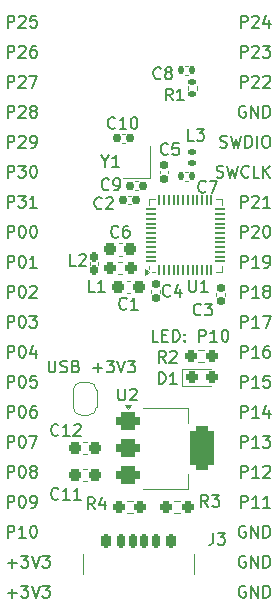
<source format=gto>
%TF.GenerationSoftware,KiCad,Pcbnew,8.0.3-8.0.3-0~ubuntu22.04.1*%
%TF.CreationDate,2024-10-04T19:55:40+02:00*%
%TF.ProjectId,nrf52832_devboard,6e726635-3238-4333-925f-646576626f61,0.1*%
%TF.SameCoordinates,Original*%
%TF.FileFunction,Legend,Top*%
%TF.FilePolarity,Positive*%
%FSLAX46Y46*%
G04 Gerber Fmt 4.6, Leading zero omitted, Abs format (unit mm)*
G04 Created by KiCad (PCBNEW 8.0.3-8.0.3-0~ubuntu22.04.1) date 2024-10-04 19:55:40*
%MOMM*%
%LPD*%
G01*
G04 APERTURE LIST*
G04 Aperture macros list*
%AMRoundRect*
0 Rectangle with rounded corners*
0 $1 Rounding radius*
0 $2 $3 $4 $5 $6 $7 $8 $9 X,Y pos of 4 corners*
0 Add a 4 corners polygon primitive as box body*
4,1,4,$2,$3,$4,$5,$6,$7,$8,$9,$2,$3,0*
0 Add four circle primitives for the rounded corners*
1,1,$1+$1,$2,$3*
1,1,$1+$1,$4,$5*
1,1,$1+$1,$6,$7*
1,1,$1+$1,$8,$9*
0 Add four rect primitives between the rounded corners*
20,1,$1+$1,$2,$3,$4,$5,0*
20,1,$1+$1,$4,$5,$6,$7,0*
20,1,$1+$1,$6,$7,$8,$9,0*
20,1,$1+$1,$8,$9,$2,$3,0*%
%AMFreePoly0*
4,1,19,0.500000,-0.750000,0.000000,-0.750000,0.000000,-0.744911,-0.071157,-0.744911,-0.207708,-0.704816,-0.327430,-0.627875,-0.420627,-0.520320,-0.479746,-0.390866,-0.500000,-0.250000,-0.500000,0.250000,-0.479746,0.390866,-0.420627,0.520320,-0.327430,0.627875,-0.207708,0.704816,-0.071157,0.744911,0.000000,0.744911,0.000000,0.750000,0.500000,0.750000,0.500000,-0.750000,0.500000,-0.750000,
$1*%
%AMFreePoly1*
4,1,19,0.000000,0.744911,0.071157,0.744911,0.207708,0.704816,0.327430,0.627875,0.420627,0.520320,0.479746,0.390866,0.500000,0.250000,0.500000,-0.250000,0.479746,-0.390866,0.420627,-0.520320,0.327430,-0.627875,0.207708,-0.704816,0.071157,-0.744911,0.000000,-0.744911,0.000000,-0.750000,-0.500000,-0.750000,-0.500000,0.750000,0.000000,0.750000,0.000000,0.744911,0.000000,0.744911,
$1*%
G04 Aperture macros list end*
%ADD10C,0.150000*%
%ADD11C,0.120000*%
%ADD12RoundRect,0.175000X-0.175000X-0.425000X0.175000X-0.425000X0.175000X0.425000X-0.175000X0.425000X0*%
%ADD13RoundRect,0.190000X0.190000X0.410000X-0.190000X0.410000X-0.190000X-0.410000X0.190000X-0.410000X0*%
%ADD14RoundRect,0.200000X0.200000X0.400000X-0.200000X0.400000X-0.200000X-0.400000X0.200000X-0.400000X0*%
%ADD15RoundRect,0.175000X0.175000X0.425000X-0.175000X0.425000X-0.175000X-0.425000X0.175000X-0.425000X0*%
%ADD16RoundRect,0.190000X-0.190000X-0.410000X0.190000X-0.410000X0.190000X0.410000X-0.190000X0.410000X0*%
%ADD17RoundRect,0.200000X-0.200000X-0.400000X0.200000X-0.400000X0.200000X0.400000X-0.200000X0.400000X0*%
%ADD18O,1.100000X1.700000*%
%ADD19RoundRect,0.237500X-0.287500X-0.237500X0.287500X-0.237500X0.287500X0.237500X-0.287500X0.237500X0*%
%ADD20RoundRect,0.237500X-0.250000X-0.237500X0.250000X-0.237500X0.250000X0.237500X-0.250000X0.237500X0*%
%ADD21RoundRect,0.140000X0.140000X0.170000X-0.140000X0.170000X-0.140000X-0.170000X0.140000X-0.170000X0*%
%ADD22R,0.800000X0.900000*%
%ADD23RoundRect,0.237500X0.300000X0.237500X-0.300000X0.237500X-0.300000X-0.237500X0.300000X-0.237500X0*%
%ADD24RoundRect,0.155000X0.155000X-0.212500X0.155000X0.212500X-0.155000X0.212500X-0.155000X-0.212500X0*%
%ADD25RoundRect,0.155000X-0.155000X0.212500X-0.155000X-0.212500X0.155000X-0.212500X0.155000X0.212500X0*%
%ADD26RoundRect,0.237500X0.287500X0.237500X-0.287500X0.237500X-0.287500X-0.237500X0.287500X-0.237500X0*%
%ADD27RoundRect,0.155000X0.212500X0.155000X-0.212500X0.155000X-0.212500X-0.155000X0.212500X-0.155000X0*%
%ADD28RoundRect,0.135000X0.185000X-0.135000X0.185000X0.135000X-0.185000X0.135000X-0.185000X-0.135000X0*%
%ADD29RoundRect,0.050000X0.050000X-0.350000X0.050000X0.350000X-0.050000X0.350000X-0.050000X-0.350000X0*%
%ADD30RoundRect,0.050000X0.350000X-0.050000X0.350000X0.050000X-0.350000X0.050000X-0.350000X-0.050000X0*%
%ADD31R,4.600000X4.600000*%
%ADD32FreePoly0,90.000000*%
%ADD33FreePoly1,90.000000*%
%ADD34RoundRect,0.147500X0.172500X-0.147500X0.172500X0.147500X-0.172500X0.147500X-0.172500X-0.147500X0*%
%ADD35RoundRect,0.160000X0.160000X-0.222500X0.160000X0.222500X-0.160000X0.222500X-0.160000X-0.222500X0*%
%ADD36RoundRect,0.375000X-0.625000X-0.375000X0.625000X-0.375000X0.625000X0.375000X-0.625000X0.375000X0*%
%ADD37RoundRect,0.500000X-0.500000X-1.400000X0.500000X-1.400000X0.500000X1.400000X-0.500000X1.400000X0*%
%ADD38R,1.700000X1.700000*%
%ADD39O,1.700000X1.700000*%
G04 APERTURE END LIST*
D10*
X147656779Y-81734819D02*
X147656779Y-80734819D01*
X147656779Y-80734819D02*
X148037731Y-80734819D01*
X148037731Y-80734819D02*
X148132969Y-80782438D01*
X148132969Y-80782438D02*
X148180588Y-80830057D01*
X148180588Y-80830057D02*
X148228207Y-80925295D01*
X148228207Y-80925295D02*
X148228207Y-81068152D01*
X148228207Y-81068152D02*
X148180588Y-81163390D01*
X148180588Y-81163390D02*
X148132969Y-81211009D01*
X148132969Y-81211009D02*
X148037731Y-81258628D01*
X148037731Y-81258628D02*
X147656779Y-81258628D01*
X148847255Y-80734819D02*
X148942493Y-80734819D01*
X148942493Y-80734819D02*
X149037731Y-80782438D01*
X149037731Y-80782438D02*
X149085350Y-80830057D01*
X149085350Y-80830057D02*
X149132969Y-80925295D01*
X149132969Y-80925295D02*
X149180588Y-81115771D01*
X149180588Y-81115771D02*
X149180588Y-81353866D01*
X149180588Y-81353866D02*
X149132969Y-81544342D01*
X149132969Y-81544342D02*
X149085350Y-81639580D01*
X149085350Y-81639580D02*
X149037731Y-81687200D01*
X149037731Y-81687200D02*
X148942493Y-81734819D01*
X148942493Y-81734819D02*
X148847255Y-81734819D01*
X148847255Y-81734819D02*
X148752017Y-81687200D01*
X148752017Y-81687200D02*
X148704398Y-81639580D01*
X148704398Y-81639580D02*
X148656779Y-81544342D01*
X148656779Y-81544342D02*
X148609160Y-81353866D01*
X148609160Y-81353866D02*
X148609160Y-81115771D01*
X148609160Y-81115771D02*
X148656779Y-80925295D01*
X148656779Y-80925295D02*
X148704398Y-80830057D01*
X148704398Y-80830057D02*
X148752017Y-80782438D01*
X148752017Y-80782438D02*
X148847255Y-80734819D01*
X149561541Y-80830057D02*
X149609160Y-80782438D01*
X149609160Y-80782438D02*
X149704398Y-80734819D01*
X149704398Y-80734819D02*
X149942493Y-80734819D01*
X149942493Y-80734819D02*
X150037731Y-80782438D01*
X150037731Y-80782438D02*
X150085350Y-80830057D01*
X150085350Y-80830057D02*
X150132969Y-80925295D01*
X150132969Y-80925295D02*
X150132969Y-81020533D01*
X150132969Y-81020533D02*
X150085350Y-81163390D01*
X150085350Y-81163390D02*
X149513922Y-81734819D01*
X149513922Y-81734819D02*
X150132969Y-81734819D01*
X147656779Y-102054819D02*
X147656779Y-101054819D01*
X147656779Y-101054819D02*
X148037731Y-101054819D01*
X148037731Y-101054819D02*
X148132969Y-101102438D01*
X148132969Y-101102438D02*
X148180588Y-101150057D01*
X148180588Y-101150057D02*
X148228207Y-101245295D01*
X148228207Y-101245295D02*
X148228207Y-101388152D01*
X148228207Y-101388152D02*
X148180588Y-101483390D01*
X148180588Y-101483390D02*
X148132969Y-101531009D01*
X148132969Y-101531009D02*
X148037731Y-101578628D01*
X148037731Y-101578628D02*
X147656779Y-101578628D01*
X149180588Y-102054819D02*
X148609160Y-102054819D01*
X148894874Y-102054819D02*
X148894874Y-101054819D01*
X148894874Y-101054819D02*
X148799636Y-101197676D01*
X148799636Y-101197676D02*
X148704398Y-101292914D01*
X148704398Y-101292914D02*
X148609160Y-101340533D01*
X149799636Y-101054819D02*
X149894874Y-101054819D01*
X149894874Y-101054819D02*
X149990112Y-101102438D01*
X149990112Y-101102438D02*
X150037731Y-101150057D01*
X150037731Y-101150057D02*
X150085350Y-101245295D01*
X150085350Y-101245295D02*
X150132969Y-101435771D01*
X150132969Y-101435771D02*
X150132969Y-101673866D01*
X150132969Y-101673866D02*
X150085350Y-101864342D01*
X150085350Y-101864342D02*
X150037731Y-101959580D01*
X150037731Y-101959580D02*
X149990112Y-102007200D01*
X149990112Y-102007200D02*
X149894874Y-102054819D01*
X149894874Y-102054819D02*
X149799636Y-102054819D01*
X149799636Y-102054819D02*
X149704398Y-102007200D01*
X149704398Y-102007200D02*
X149656779Y-101959580D01*
X149656779Y-101959580D02*
X149609160Y-101864342D01*
X149609160Y-101864342D02*
X149561541Y-101673866D01*
X149561541Y-101673866D02*
X149561541Y-101435771D01*
X149561541Y-101435771D02*
X149609160Y-101245295D01*
X149609160Y-101245295D02*
X149656779Y-101150057D01*
X149656779Y-101150057D02*
X149704398Y-101102438D01*
X149704398Y-101102438D02*
X149799636Y-101054819D01*
X147656779Y-94434819D02*
X147656779Y-93434819D01*
X147656779Y-93434819D02*
X148037731Y-93434819D01*
X148037731Y-93434819D02*
X148132969Y-93482438D01*
X148132969Y-93482438D02*
X148180588Y-93530057D01*
X148180588Y-93530057D02*
X148228207Y-93625295D01*
X148228207Y-93625295D02*
X148228207Y-93768152D01*
X148228207Y-93768152D02*
X148180588Y-93863390D01*
X148180588Y-93863390D02*
X148132969Y-93911009D01*
X148132969Y-93911009D02*
X148037731Y-93958628D01*
X148037731Y-93958628D02*
X147656779Y-93958628D01*
X148847255Y-93434819D02*
X148942493Y-93434819D01*
X148942493Y-93434819D02*
X149037731Y-93482438D01*
X149037731Y-93482438D02*
X149085350Y-93530057D01*
X149085350Y-93530057D02*
X149132969Y-93625295D01*
X149132969Y-93625295D02*
X149180588Y-93815771D01*
X149180588Y-93815771D02*
X149180588Y-94053866D01*
X149180588Y-94053866D02*
X149132969Y-94244342D01*
X149132969Y-94244342D02*
X149085350Y-94339580D01*
X149085350Y-94339580D02*
X149037731Y-94387200D01*
X149037731Y-94387200D02*
X148942493Y-94434819D01*
X148942493Y-94434819D02*
X148847255Y-94434819D01*
X148847255Y-94434819D02*
X148752017Y-94387200D01*
X148752017Y-94387200D02*
X148704398Y-94339580D01*
X148704398Y-94339580D02*
X148656779Y-94244342D01*
X148656779Y-94244342D02*
X148609160Y-94053866D01*
X148609160Y-94053866D02*
X148609160Y-93815771D01*
X148609160Y-93815771D02*
X148656779Y-93625295D01*
X148656779Y-93625295D02*
X148704398Y-93530057D01*
X148704398Y-93530057D02*
X148752017Y-93482438D01*
X148752017Y-93482438D02*
X148847255Y-93434819D01*
X149513922Y-93434819D02*
X150180588Y-93434819D01*
X150180588Y-93434819D02*
X149752017Y-94434819D01*
X147656779Y-96974819D02*
X147656779Y-95974819D01*
X147656779Y-95974819D02*
X148037731Y-95974819D01*
X148037731Y-95974819D02*
X148132969Y-96022438D01*
X148132969Y-96022438D02*
X148180588Y-96070057D01*
X148180588Y-96070057D02*
X148228207Y-96165295D01*
X148228207Y-96165295D02*
X148228207Y-96308152D01*
X148228207Y-96308152D02*
X148180588Y-96403390D01*
X148180588Y-96403390D02*
X148132969Y-96451009D01*
X148132969Y-96451009D02*
X148037731Y-96498628D01*
X148037731Y-96498628D02*
X147656779Y-96498628D01*
X148847255Y-95974819D02*
X148942493Y-95974819D01*
X148942493Y-95974819D02*
X149037731Y-96022438D01*
X149037731Y-96022438D02*
X149085350Y-96070057D01*
X149085350Y-96070057D02*
X149132969Y-96165295D01*
X149132969Y-96165295D02*
X149180588Y-96355771D01*
X149180588Y-96355771D02*
X149180588Y-96593866D01*
X149180588Y-96593866D02*
X149132969Y-96784342D01*
X149132969Y-96784342D02*
X149085350Y-96879580D01*
X149085350Y-96879580D02*
X149037731Y-96927200D01*
X149037731Y-96927200D02*
X148942493Y-96974819D01*
X148942493Y-96974819D02*
X148847255Y-96974819D01*
X148847255Y-96974819D02*
X148752017Y-96927200D01*
X148752017Y-96927200D02*
X148704398Y-96879580D01*
X148704398Y-96879580D02*
X148656779Y-96784342D01*
X148656779Y-96784342D02*
X148609160Y-96593866D01*
X148609160Y-96593866D02*
X148609160Y-96355771D01*
X148609160Y-96355771D02*
X148656779Y-96165295D01*
X148656779Y-96165295D02*
X148704398Y-96070057D01*
X148704398Y-96070057D02*
X148752017Y-96022438D01*
X148752017Y-96022438D02*
X148847255Y-95974819D01*
X149752017Y-96403390D02*
X149656779Y-96355771D01*
X149656779Y-96355771D02*
X149609160Y-96308152D01*
X149609160Y-96308152D02*
X149561541Y-96212914D01*
X149561541Y-96212914D02*
X149561541Y-96165295D01*
X149561541Y-96165295D02*
X149609160Y-96070057D01*
X149609160Y-96070057D02*
X149656779Y-96022438D01*
X149656779Y-96022438D02*
X149752017Y-95974819D01*
X149752017Y-95974819D02*
X149942493Y-95974819D01*
X149942493Y-95974819D02*
X150037731Y-96022438D01*
X150037731Y-96022438D02*
X150085350Y-96070057D01*
X150085350Y-96070057D02*
X150132969Y-96165295D01*
X150132969Y-96165295D02*
X150132969Y-96212914D01*
X150132969Y-96212914D02*
X150085350Y-96308152D01*
X150085350Y-96308152D02*
X150037731Y-96355771D01*
X150037731Y-96355771D02*
X149942493Y-96403390D01*
X149942493Y-96403390D02*
X149752017Y-96403390D01*
X149752017Y-96403390D02*
X149656779Y-96451009D01*
X149656779Y-96451009D02*
X149609160Y-96498628D01*
X149609160Y-96498628D02*
X149561541Y-96593866D01*
X149561541Y-96593866D02*
X149561541Y-96784342D01*
X149561541Y-96784342D02*
X149609160Y-96879580D01*
X149609160Y-96879580D02*
X149656779Y-96927200D01*
X149656779Y-96927200D02*
X149752017Y-96974819D01*
X149752017Y-96974819D02*
X149942493Y-96974819D01*
X149942493Y-96974819D02*
X150037731Y-96927200D01*
X150037731Y-96927200D02*
X150085350Y-96879580D01*
X150085350Y-96879580D02*
X150132969Y-96784342D01*
X150132969Y-96784342D02*
X150132969Y-96593866D01*
X150132969Y-96593866D02*
X150085350Y-96498628D01*
X150085350Y-96498628D02*
X150037731Y-96451009D01*
X150037731Y-96451009D02*
X149942493Y-96403390D01*
X147656779Y-106753866D02*
X148418684Y-106753866D01*
X148037731Y-107134819D02*
X148037731Y-106372914D01*
X148799636Y-106134819D02*
X149418683Y-106134819D01*
X149418683Y-106134819D02*
X149085350Y-106515771D01*
X149085350Y-106515771D02*
X149228207Y-106515771D01*
X149228207Y-106515771D02*
X149323445Y-106563390D01*
X149323445Y-106563390D02*
X149371064Y-106611009D01*
X149371064Y-106611009D02*
X149418683Y-106706247D01*
X149418683Y-106706247D02*
X149418683Y-106944342D01*
X149418683Y-106944342D02*
X149371064Y-107039580D01*
X149371064Y-107039580D02*
X149323445Y-107087200D01*
X149323445Y-107087200D02*
X149228207Y-107134819D01*
X149228207Y-107134819D02*
X148942493Y-107134819D01*
X148942493Y-107134819D02*
X148847255Y-107087200D01*
X148847255Y-107087200D02*
X148799636Y-107039580D01*
X149704398Y-106134819D02*
X150037731Y-107134819D01*
X150037731Y-107134819D02*
X150371064Y-106134819D01*
X150609160Y-106134819D02*
X151228207Y-106134819D01*
X151228207Y-106134819D02*
X150894874Y-106515771D01*
X150894874Y-106515771D02*
X151037731Y-106515771D01*
X151037731Y-106515771D02*
X151132969Y-106563390D01*
X151132969Y-106563390D02*
X151180588Y-106611009D01*
X151180588Y-106611009D02*
X151228207Y-106706247D01*
X151228207Y-106706247D02*
X151228207Y-106944342D01*
X151228207Y-106944342D02*
X151180588Y-107039580D01*
X151180588Y-107039580D02*
X151132969Y-107087200D01*
X151132969Y-107087200D02*
X151037731Y-107134819D01*
X151037731Y-107134819D02*
X150752017Y-107134819D01*
X150752017Y-107134819D02*
X150656779Y-107087200D01*
X150656779Y-107087200D02*
X150609160Y-107039580D01*
X147656779Y-99514819D02*
X147656779Y-98514819D01*
X147656779Y-98514819D02*
X148037731Y-98514819D01*
X148037731Y-98514819D02*
X148132969Y-98562438D01*
X148132969Y-98562438D02*
X148180588Y-98610057D01*
X148180588Y-98610057D02*
X148228207Y-98705295D01*
X148228207Y-98705295D02*
X148228207Y-98848152D01*
X148228207Y-98848152D02*
X148180588Y-98943390D01*
X148180588Y-98943390D02*
X148132969Y-98991009D01*
X148132969Y-98991009D02*
X148037731Y-99038628D01*
X148037731Y-99038628D02*
X147656779Y-99038628D01*
X148847255Y-98514819D02*
X148942493Y-98514819D01*
X148942493Y-98514819D02*
X149037731Y-98562438D01*
X149037731Y-98562438D02*
X149085350Y-98610057D01*
X149085350Y-98610057D02*
X149132969Y-98705295D01*
X149132969Y-98705295D02*
X149180588Y-98895771D01*
X149180588Y-98895771D02*
X149180588Y-99133866D01*
X149180588Y-99133866D02*
X149132969Y-99324342D01*
X149132969Y-99324342D02*
X149085350Y-99419580D01*
X149085350Y-99419580D02*
X149037731Y-99467200D01*
X149037731Y-99467200D02*
X148942493Y-99514819D01*
X148942493Y-99514819D02*
X148847255Y-99514819D01*
X148847255Y-99514819D02*
X148752017Y-99467200D01*
X148752017Y-99467200D02*
X148704398Y-99419580D01*
X148704398Y-99419580D02*
X148656779Y-99324342D01*
X148656779Y-99324342D02*
X148609160Y-99133866D01*
X148609160Y-99133866D02*
X148609160Y-98895771D01*
X148609160Y-98895771D02*
X148656779Y-98705295D01*
X148656779Y-98705295D02*
X148704398Y-98610057D01*
X148704398Y-98610057D02*
X148752017Y-98562438D01*
X148752017Y-98562438D02*
X148847255Y-98514819D01*
X149656779Y-99514819D02*
X149847255Y-99514819D01*
X149847255Y-99514819D02*
X149942493Y-99467200D01*
X149942493Y-99467200D02*
X149990112Y-99419580D01*
X149990112Y-99419580D02*
X150085350Y-99276723D01*
X150085350Y-99276723D02*
X150132969Y-99086247D01*
X150132969Y-99086247D02*
X150132969Y-98705295D01*
X150132969Y-98705295D02*
X150085350Y-98610057D01*
X150085350Y-98610057D02*
X150037731Y-98562438D01*
X150037731Y-98562438D02*
X149942493Y-98514819D01*
X149942493Y-98514819D02*
X149752017Y-98514819D01*
X149752017Y-98514819D02*
X149656779Y-98562438D01*
X149656779Y-98562438D02*
X149609160Y-98610057D01*
X149609160Y-98610057D02*
X149561541Y-98705295D01*
X149561541Y-98705295D02*
X149561541Y-98943390D01*
X149561541Y-98943390D02*
X149609160Y-99038628D01*
X149609160Y-99038628D02*
X149656779Y-99086247D01*
X149656779Y-99086247D02*
X149752017Y-99133866D01*
X149752017Y-99133866D02*
X149942493Y-99133866D01*
X149942493Y-99133866D02*
X150037731Y-99086247D01*
X150037731Y-99086247D02*
X150085350Y-99038628D01*
X150085350Y-99038628D02*
X150132969Y-98943390D01*
X147656779Y-71574819D02*
X147656779Y-70574819D01*
X147656779Y-70574819D02*
X148037731Y-70574819D01*
X148037731Y-70574819D02*
X148132969Y-70622438D01*
X148132969Y-70622438D02*
X148180588Y-70670057D01*
X148180588Y-70670057D02*
X148228207Y-70765295D01*
X148228207Y-70765295D02*
X148228207Y-70908152D01*
X148228207Y-70908152D02*
X148180588Y-71003390D01*
X148180588Y-71003390D02*
X148132969Y-71051009D01*
X148132969Y-71051009D02*
X148037731Y-71098628D01*
X148037731Y-71098628D02*
X147656779Y-71098628D01*
X148561541Y-70574819D02*
X149180588Y-70574819D01*
X149180588Y-70574819D02*
X148847255Y-70955771D01*
X148847255Y-70955771D02*
X148990112Y-70955771D01*
X148990112Y-70955771D02*
X149085350Y-71003390D01*
X149085350Y-71003390D02*
X149132969Y-71051009D01*
X149132969Y-71051009D02*
X149180588Y-71146247D01*
X149180588Y-71146247D02*
X149180588Y-71384342D01*
X149180588Y-71384342D02*
X149132969Y-71479580D01*
X149132969Y-71479580D02*
X149085350Y-71527200D01*
X149085350Y-71527200D02*
X148990112Y-71574819D01*
X148990112Y-71574819D02*
X148704398Y-71574819D01*
X148704398Y-71574819D02*
X148609160Y-71527200D01*
X148609160Y-71527200D02*
X148561541Y-71479580D01*
X149799636Y-70574819D02*
X149894874Y-70574819D01*
X149894874Y-70574819D02*
X149990112Y-70622438D01*
X149990112Y-70622438D02*
X150037731Y-70670057D01*
X150037731Y-70670057D02*
X150085350Y-70765295D01*
X150085350Y-70765295D02*
X150132969Y-70955771D01*
X150132969Y-70955771D02*
X150132969Y-71193866D01*
X150132969Y-71193866D02*
X150085350Y-71384342D01*
X150085350Y-71384342D02*
X150037731Y-71479580D01*
X150037731Y-71479580D02*
X149990112Y-71527200D01*
X149990112Y-71527200D02*
X149894874Y-71574819D01*
X149894874Y-71574819D02*
X149799636Y-71574819D01*
X149799636Y-71574819D02*
X149704398Y-71527200D01*
X149704398Y-71527200D02*
X149656779Y-71479580D01*
X149656779Y-71479580D02*
X149609160Y-71384342D01*
X149609160Y-71384342D02*
X149561541Y-71193866D01*
X149561541Y-71193866D02*
X149561541Y-70955771D01*
X149561541Y-70955771D02*
X149609160Y-70765295D01*
X149609160Y-70765295D02*
X149656779Y-70670057D01*
X149656779Y-70670057D02*
X149704398Y-70622438D01*
X149704398Y-70622438D02*
X149799636Y-70574819D01*
X147656779Y-69036904D02*
X147656779Y-68036904D01*
X147656779Y-68036904D02*
X148037731Y-68036904D01*
X148037731Y-68036904D02*
X148132969Y-68084523D01*
X148132969Y-68084523D02*
X148180588Y-68132142D01*
X148180588Y-68132142D02*
X148228207Y-68227380D01*
X148228207Y-68227380D02*
X148228207Y-68370237D01*
X148228207Y-68370237D02*
X148180588Y-68465475D01*
X148180588Y-68465475D02*
X148132969Y-68513094D01*
X148132969Y-68513094D02*
X148037731Y-68560713D01*
X148037731Y-68560713D02*
X147656779Y-68560713D01*
X148609160Y-68132142D02*
X148656779Y-68084523D01*
X148656779Y-68084523D02*
X148752017Y-68036904D01*
X148752017Y-68036904D02*
X148990112Y-68036904D01*
X148990112Y-68036904D02*
X149085350Y-68084523D01*
X149085350Y-68084523D02*
X149132969Y-68132142D01*
X149132969Y-68132142D02*
X149180588Y-68227380D01*
X149180588Y-68227380D02*
X149180588Y-68322618D01*
X149180588Y-68322618D02*
X149132969Y-68465475D01*
X149132969Y-68465475D02*
X148561541Y-69036904D01*
X148561541Y-69036904D02*
X149180588Y-69036904D01*
X149656779Y-69036904D02*
X149847255Y-69036904D01*
X149847255Y-69036904D02*
X149942493Y-68989285D01*
X149942493Y-68989285D02*
X149990112Y-68941665D01*
X149990112Y-68941665D02*
X150085350Y-68798808D01*
X150085350Y-68798808D02*
X150132969Y-68608332D01*
X150132969Y-68608332D02*
X150132969Y-68227380D01*
X150132969Y-68227380D02*
X150085350Y-68132142D01*
X150085350Y-68132142D02*
X150037731Y-68084523D01*
X150037731Y-68084523D02*
X149942493Y-68036904D01*
X149942493Y-68036904D02*
X149752017Y-68036904D01*
X149752017Y-68036904D02*
X149656779Y-68084523D01*
X149656779Y-68084523D02*
X149609160Y-68132142D01*
X149609160Y-68132142D02*
X149561541Y-68227380D01*
X149561541Y-68227380D02*
X149561541Y-68465475D01*
X149561541Y-68465475D02*
X149609160Y-68560713D01*
X149609160Y-68560713D02*
X149656779Y-68608332D01*
X149656779Y-68608332D02*
X149752017Y-68655951D01*
X149752017Y-68655951D02*
X149942493Y-68655951D01*
X149942493Y-68655951D02*
X150037731Y-68608332D01*
X150037731Y-68608332D02*
X150085350Y-68560713D01*
X150085350Y-68560713D02*
X150132969Y-68465475D01*
X151136779Y-87069819D02*
X151136779Y-87879342D01*
X151136779Y-87879342D02*
X151184398Y-87974580D01*
X151184398Y-87974580D02*
X151232017Y-88022200D01*
X151232017Y-88022200D02*
X151327255Y-88069819D01*
X151327255Y-88069819D02*
X151517731Y-88069819D01*
X151517731Y-88069819D02*
X151612969Y-88022200D01*
X151612969Y-88022200D02*
X151660588Y-87974580D01*
X151660588Y-87974580D02*
X151708207Y-87879342D01*
X151708207Y-87879342D02*
X151708207Y-87069819D01*
X152136779Y-88022200D02*
X152279636Y-88069819D01*
X152279636Y-88069819D02*
X152517731Y-88069819D01*
X152517731Y-88069819D02*
X152612969Y-88022200D01*
X152612969Y-88022200D02*
X152660588Y-87974580D01*
X152660588Y-87974580D02*
X152708207Y-87879342D01*
X152708207Y-87879342D02*
X152708207Y-87784104D01*
X152708207Y-87784104D02*
X152660588Y-87688866D01*
X152660588Y-87688866D02*
X152612969Y-87641247D01*
X152612969Y-87641247D02*
X152517731Y-87593628D01*
X152517731Y-87593628D02*
X152327255Y-87546009D01*
X152327255Y-87546009D02*
X152232017Y-87498390D01*
X152232017Y-87498390D02*
X152184398Y-87450771D01*
X152184398Y-87450771D02*
X152136779Y-87355533D01*
X152136779Y-87355533D02*
X152136779Y-87260295D01*
X152136779Y-87260295D02*
X152184398Y-87165057D01*
X152184398Y-87165057D02*
X152232017Y-87117438D01*
X152232017Y-87117438D02*
X152327255Y-87069819D01*
X152327255Y-87069819D02*
X152565350Y-87069819D01*
X152565350Y-87069819D02*
X152708207Y-87117438D01*
X153470112Y-87546009D02*
X153612969Y-87593628D01*
X153612969Y-87593628D02*
X153660588Y-87641247D01*
X153660588Y-87641247D02*
X153708207Y-87736485D01*
X153708207Y-87736485D02*
X153708207Y-87879342D01*
X153708207Y-87879342D02*
X153660588Y-87974580D01*
X153660588Y-87974580D02*
X153612969Y-88022200D01*
X153612969Y-88022200D02*
X153517731Y-88069819D01*
X153517731Y-88069819D02*
X153136779Y-88069819D01*
X153136779Y-88069819D02*
X153136779Y-87069819D01*
X153136779Y-87069819D02*
X153470112Y-87069819D01*
X153470112Y-87069819D02*
X153565350Y-87117438D01*
X153565350Y-87117438D02*
X153612969Y-87165057D01*
X153612969Y-87165057D02*
X153660588Y-87260295D01*
X153660588Y-87260295D02*
X153660588Y-87355533D01*
X153660588Y-87355533D02*
X153612969Y-87450771D01*
X153612969Y-87450771D02*
X153565350Y-87498390D01*
X153565350Y-87498390D02*
X153470112Y-87546009D01*
X153470112Y-87546009D02*
X153136779Y-87546009D01*
X154898684Y-87688866D02*
X155660589Y-87688866D01*
X155279636Y-88069819D02*
X155279636Y-87307914D01*
X156041541Y-87069819D02*
X156660588Y-87069819D01*
X156660588Y-87069819D02*
X156327255Y-87450771D01*
X156327255Y-87450771D02*
X156470112Y-87450771D01*
X156470112Y-87450771D02*
X156565350Y-87498390D01*
X156565350Y-87498390D02*
X156612969Y-87546009D01*
X156612969Y-87546009D02*
X156660588Y-87641247D01*
X156660588Y-87641247D02*
X156660588Y-87879342D01*
X156660588Y-87879342D02*
X156612969Y-87974580D01*
X156612969Y-87974580D02*
X156565350Y-88022200D01*
X156565350Y-88022200D02*
X156470112Y-88069819D01*
X156470112Y-88069819D02*
X156184398Y-88069819D01*
X156184398Y-88069819D02*
X156089160Y-88022200D01*
X156089160Y-88022200D02*
X156041541Y-87974580D01*
X156946303Y-87069819D02*
X157279636Y-88069819D01*
X157279636Y-88069819D02*
X157612969Y-87069819D01*
X157851065Y-87069819D02*
X158470112Y-87069819D01*
X158470112Y-87069819D02*
X158136779Y-87450771D01*
X158136779Y-87450771D02*
X158279636Y-87450771D01*
X158279636Y-87450771D02*
X158374874Y-87498390D01*
X158374874Y-87498390D02*
X158422493Y-87546009D01*
X158422493Y-87546009D02*
X158470112Y-87641247D01*
X158470112Y-87641247D02*
X158470112Y-87879342D01*
X158470112Y-87879342D02*
X158422493Y-87974580D01*
X158422493Y-87974580D02*
X158374874Y-88022200D01*
X158374874Y-88022200D02*
X158279636Y-88069819D01*
X158279636Y-88069819D02*
X157993922Y-88069819D01*
X157993922Y-88069819D02*
X157898684Y-88022200D01*
X157898684Y-88022200D02*
X157851065Y-87974580D01*
X160412969Y-85469819D02*
X159936779Y-85469819D01*
X159936779Y-85469819D02*
X159936779Y-84469819D01*
X160746303Y-84946009D02*
X161079636Y-84946009D01*
X161222493Y-85469819D02*
X160746303Y-85469819D01*
X160746303Y-85469819D02*
X160746303Y-84469819D01*
X160746303Y-84469819D02*
X161222493Y-84469819D01*
X161651065Y-85469819D02*
X161651065Y-84469819D01*
X161651065Y-84469819D02*
X161889160Y-84469819D01*
X161889160Y-84469819D02*
X162032017Y-84517438D01*
X162032017Y-84517438D02*
X162127255Y-84612676D01*
X162127255Y-84612676D02*
X162174874Y-84707914D01*
X162174874Y-84707914D02*
X162222493Y-84898390D01*
X162222493Y-84898390D02*
X162222493Y-85041247D01*
X162222493Y-85041247D02*
X162174874Y-85231723D01*
X162174874Y-85231723D02*
X162127255Y-85326961D01*
X162127255Y-85326961D02*
X162032017Y-85422200D01*
X162032017Y-85422200D02*
X161889160Y-85469819D01*
X161889160Y-85469819D02*
X161651065Y-85469819D01*
X162651065Y-85374580D02*
X162698684Y-85422200D01*
X162698684Y-85422200D02*
X162651065Y-85469819D01*
X162651065Y-85469819D02*
X162603446Y-85422200D01*
X162603446Y-85422200D02*
X162651065Y-85374580D01*
X162651065Y-85374580D02*
X162651065Y-85469819D01*
X162651065Y-84850771D02*
X162698684Y-84898390D01*
X162698684Y-84898390D02*
X162651065Y-84946009D01*
X162651065Y-84946009D02*
X162603446Y-84898390D01*
X162603446Y-84898390D02*
X162651065Y-84850771D01*
X162651065Y-84850771D02*
X162651065Y-84946009D01*
X163889160Y-85469819D02*
X163889160Y-84469819D01*
X163889160Y-84469819D02*
X164270112Y-84469819D01*
X164270112Y-84469819D02*
X164365350Y-84517438D01*
X164365350Y-84517438D02*
X164412969Y-84565057D01*
X164412969Y-84565057D02*
X164460588Y-84660295D01*
X164460588Y-84660295D02*
X164460588Y-84803152D01*
X164460588Y-84803152D02*
X164412969Y-84898390D01*
X164412969Y-84898390D02*
X164365350Y-84946009D01*
X164365350Y-84946009D02*
X164270112Y-84993628D01*
X164270112Y-84993628D02*
X163889160Y-84993628D01*
X165412969Y-85469819D02*
X164841541Y-85469819D01*
X165127255Y-85469819D02*
X165127255Y-84469819D01*
X165127255Y-84469819D02*
X165032017Y-84612676D01*
X165032017Y-84612676D02*
X164936779Y-84707914D01*
X164936779Y-84707914D02*
X164841541Y-84755533D01*
X166032017Y-84469819D02*
X166127255Y-84469819D01*
X166127255Y-84469819D02*
X166222493Y-84517438D01*
X166222493Y-84517438D02*
X166270112Y-84565057D01*
X166270112Y-84565057D02*
X166317731Y-84660295D01*
X166317731Y-84660295D02*
X166365350Y-84850771D01*
X166365350Y-84850771D02*
X166365350Y-85088866D01*
X166365350Y-85088866D02*
X166317731Y-85279342D01*
X166317731Y-85279342D02*
X166270112Y-85374580D01*
X166270112Y-85374580D02*
X166222493Y-85422200D01*
X166222493Y-85422200D02*
X166127255Y-85469819D01*
X166127255Y-85469819D02*
X166032017Y-85469819D01*
X166032017Y-85469819D02*
X165936779Y-85422200D01*
X165936779Y-85422200D02*
X165889160Y-85374580D01*
X165889160Y-85374580D02*
X165841541Y-85279342D01*
X165841541Y-85279342D02*
X165793922Y-85088866D01*
X165793922Y-85088866D02*
X165793922Y-84850771D01*
X165793922Y-84850771D02*
X165841541Y-84660295D01*
X165841541Y-84660295D02*
X165889160Y-84565057D01*
X165889160Y-84565057D02*
X165936779Y-84517438D01*
X165936779Y-84517438D02*
X166032017Y-84469819D01*
X167414649Y-61414819D02*
X167414649Y-60414819D01*
X167414649Y-60414819D02*
X167795601Y-60414819D01*
X167795601Y-60414819D02*
X167890839Y-60462438D01*
X167890839Y-60462438D02*
X167938458Y-60510057D01*
X167938458Y-60510057D02*
X167986077Y-60605295D01*
X167986077Y-60605295D02*
X167986077Y-60748152D01*
X167986077Y-60748152D02*
X167938458Y-60843390D01*
X167938458Y-60843390D02*
X167890839Y-60891009D01*
X167890839Y-60891009D02*
X167795601Y-60938628D01*
X167795601Y-60938628D02*
X167414649Y-60938628D01*
X168367030Y-60510057D02*
X168414649Y-60462438D01*
X168414649Y-60462438D02*
X168509887Y-60414819D01*
X168509887Y-60414819D02*
X168747982Y-60414819D01*
X168747982Y-60414819D02*
X168843220Y-60462438D01*
X168843220Y-60462438D02*
X168890839Y-60510057D01*
X168890839Y-60510057D02*
X168938458Y-60605295D01*
X168938458Y-60605295D02*
X168938458Y-60700533D01*
X168938458Y-60700533D02*
X168890839Y-60843390D01*
X168890839Y-60843390D02*
X168319411Y-61414819D01*
X168319411Y-61414819D02*
X168938458Y-61414819D01*
X169271792Y-60414819D02*
X169890839Y-60414819D01*
X169890839Y-60414819D02*
X169557506Y-60795771D01*
X169557506Y-60795771D02*
X169700363Y-60795771D01*
X169700363Y-60795771D02*
X169795601Y-60843390D01*
X169795601Y-60843390D02*
X169843220Y-60891009D01*
X169843220Y-60891009D02*
X169890839Y-60986247D01*
X169890839Y-60986247D02*
X169890839Y-61224342D01*
X169890839Y-61224342D02*
X169843220Y-61319580D01*
X169843220Y-61319580D02*
X169795601Y-61367200D01*
X169795601Y-61367200D02*
X169700363Y-61414819D01*
X169700363Y-61414819D02*
X169414649Y-61414819D01*
X169414649Y-61414819D02*
X169319411Y-61367200D01*
X169319411Y-61367200D02*
X169271792Y-61319580D01*
X167414649Y-76654819D02*
X167414649Y-75654819D01*
X167414649Y-75654819D02*
X167795601Y-75654819D01*
X167795601Y-75654819D02*
X167890839Y-75702438D01*
X167890839Y-75702438D02*
X167938458Y-75750057D01*
X167938458Y-75750057D02*
X167986077Y-75845295D01*
X167986077Y-75845295D02*
X167986077Y-75988152D01*
X167986077Y-75988152D02*
X167938458Y-76083390D01*
X167938458Y-76083390D02*
X167890839Y-76131009D01*
X167890839Y-76131009D02*
X167795601Y-76178628D01*
X167795601Y-76178628D02*
X167414649Y-76178628D01*
X168367030Y-75750057D02*
X168414649Y-75702438D01*
X168414649Y-75702438D02*
X168509887Y-75654819D01*
X168509887Y-75654819D02*
X168747982Y-75654819D01*
X168747982Y-75654819D02*
X168843220Y-75702438D01*
X168843220Y-75702438D02*
X168890839Y-75750057D01*
X168890839Y-75750057D02*
X168938458Y-75845295D01*
X168938458Y-75845295D02*
X168938458Y-75940533D01*
X168938458Y-75940533D02*
X168890839Y-76083390D01*
X168890839Y-76083390D02*
X168319411Y-76654819D01*
X168319411Y-76654819D02*
X168938458Y-76654819D01*
X169557506Y-75654819D02*
X169652744Y-75654819D01*
X169652744Y-75654819D02*
X169747982Y-75702438D01*
X169747982Y-75702438D02*
X169795601Y-75750057D01*
X169795601Y-75750057D02*
X169843220Y-75845295D01*
X169843220Y-75845295D02*
X169890839Y-76035771D01*
X169890839Y-76035771D02*
X169890839Y-76273866D01*
X169890839Y-76273866D02*
X169843220Y-76464342D01*
X169843220Y-76464342D02*
X169795601Y-76559580D01*
X169795601Y-76559580D02*
X169747982Y-76607200D01*
X169747982Y-76607200D02*
X169652744Y-76654819D01*
X169652744Y-76654819D02*
X169557506Y-76654819D01*
X169557506Y-76654819D02*
X169462268Y-76607200D01*
X169462268Y-76607200D02*
X169414649Y-76559580D01*
X169414649Y-76559580D02*
X169367030Y-76464342D01*
X169367030Y-76464342D02*
X169319411Y-76273866D01*
X169319411Y-76273866D02*
X169319411Y-76035771D01*
X169319411Y-76035771D02*
X169367030Y-75845295D01*
X169367030Y-75845295D02*
X169414649Y-75750057D01*
X169414649Y-75750057D02*
X169462268Y-75702438D01*
X169462268Y-75702438D02*
X169557506Y-75654819D01*
X167414649Y-96974819D02*
X167414649Y-95974819D01*
X167414649Y-95974819D02*
X167795601Y-95974819D01*
X167795601Y-95974819D02*
X167890839Y-96022438D01*
X167890839Y-96022438D02*
X167938458Y-96070057D01*
X167938458Y-96070057D02*
X167986077Y-96165295D01*
X167986077Y-96165295D02*
X167986077Y-96308152D01*
X167986077Y-96308152D02*
X167938458Y-96403390D01*
X167938458Y-96403390D02*
X167890839Y-96451009D01*
X167890839Y-96451009D02*
X167795601Y-96498628D01*
X167795601Y-96498628D02*
X167414649Y-96498628D01*
X168938458Y-96974819D02*
X168367030Y-96974819D01*
X168652744Y-96974819D02*
X168652744Y-95974819D01*
X168652744Y-95974819D02*
X168557506Y-96117676D01*
X168557506Y-96117676D02*
X168462268Y-96212914D01*
X168462268Y-96212914D02*
X168367030Y-96260533D01*
X169319411Y-96070057D02*
X169367030Y-96022438D01*
X169367030Y-96022438D02*
X169462268Y-95974819D01*
X169462268Y-95974819D02*
X169700363Y-95974819D01*
X169700363Y-95974819D02*
X169795601Y-96022438D01*
X169795601Y-96022438D02*
X169843220Y-96070057D01*
X169843220Y-96070057D02*
X169890839Y-96165295D01*
X169890839Y-96165295D02*
X169890839Y-96260533D01*
X169890839Y-96260533D02*
X169843220Y-96403390D01*
X169843220Y-96403390D02*
X169271792Y-96974819D01*
X169271792Y-96974819D02*
X169890839Y-96974819D01*
X167414649Y-86814819D02*
X167414649Y-85814819D01*
X167414649Y-85814819D02*
X167795601Y-85814819D01*
X167795601Y-85814819D02*
X167890839Y-85862438D01*
X167890839Y-85862438D02*
X167938458Y-85910057D01*
X167938458Y-85910057D02*
X167986077Y-86005295D01*
X167986077Y-86005295D02*
X167986077Y-86148152D01*
X167986077Y-86148152D02*
X167938458Y-86243390D01*
X167938458Y-86243390D02*
X167890839Y-86291009D01*
X167890839Y-86291009D02*
X167795601Y-86338628D01*
X167795601Y-86338628D02*
X167414649Y-86338628D01*
X168938458Y-86814819D02*
X168367030Y-86814819D01*
X168652744Y-86814819D02*
X168652744Y-85814819D01*
X168652744Y-85814819D02*
X168557506Y-85957676D01*
X168557506Y-85957676D02*
X168462268Y-86052914D01*
X168462268Y-86052914D02*
X168367030Y-86100533D01*
X169795601Y-85814819D02*
X169605125Y-85814819D01*
X169605125Y-85814819D02*
X169509887Y-85862438D01*
X169509887Y-85862438D02*
X169462268Y-85910057D01*
X169462268Y-85910057D02*
X169367030Y-86052914D01*
X169367030Y-86052914D02*
X169319411Y-86243390D01*
X169319411Y-86243390D02*
X169319411Y-86624342D01*
X169319411Y-86624342D02*
X169367030Y-86719580D01*
X169367030Y-86719580D02*
X169414649Y-86767200D01*
X169414649Y-86767200D02*
X169509887Y-86814819D01*
X169509887Y-86814819D02*
X169700363Y-86814819D01*
X169700363Y-86814819D02*
X169795601Y-86767200D01*
X169795601Y-86767200D02*
X169843220Y-86719580D01*
X169843220Y-86719580D02*
X169890839Y-86624342D01*
X169890839Y-86624342D02*
X169890839Y-86386247D01*
X169890839Y-86386247D02*
X169843220Y-86291009D01*
X169843220Y-86291009D02*
X169795601Y-86243390D01*
X169795601Y-86243390D02*
X169700363Y-86195771D01*
X169700363Y-86195771D02*
X169509887Y-86195771D01*
X169509887Y-86195771D02*
X169414649Y-86243390D01*
X169414649Y-86243390D02*
X169367030Y-86291009D01*
X169367030Y-86291009D02*
X169319411Y-86386247D01*
X167414649Y-74114819D02*
X167414649Y-73114819D01*
X167414649Y-73114819D02*
X167795601Y-73114819D01*
X167795601Y-73114819D02*
X167890839Y-73162438D01*
X167890839Y-73162438D02*
X167938458Y-73210057D01*
X167938458Y-73210057D02*
X167986077Y-73305295D01*
X167986077Y-73305295D02*
X167986077Y-73448152D01*
X167986077Y-73448152D02*
X167938458Y-73543390D01*
X167938458Y-73543390D02*
X167890839Y-73591009D01*
X167890839Y-73591009D02*
X167795601Y-73638628D01*
X167795601Y-73638628D02*
X167414649Y-73638628D01*
X168367030Y-73210057D02*
X168414649Y-73162438D01*
X168414649Y-73162438D02*
X168509887Y-73114819D01*
X168509887Y-73114819D02*
X168747982Y-73114819D01*
X168747982Y-73114819D02*
X168843220Y-73162438D01*
X168843220Y-73162438D02*
X168890839Y-73210057D01*
X168890839Y-73210057D02*
X168938458Y-73305295D01*
X168938458Y-73305295D02*
X168938458Y-73400533D01*
X168938458Y-73400533D02*
X168890839Y-73543390D01*
X168890839Y-73543390D02*
X168319411Y-74114819D01*
X168319411Y-74114819D02*
X168938458Y-74114819D01*
X169890839Y-74114819D02*
X169319411Y-74114819D01*
X169605125Y-74114819D02*
X169605125Y-73114819D01*
X169605125Y-73114819D02*
X169509887Y-73257676D01*
X169509887Y-73257676D02*
X169414649Y-73352914D01*
X169414649Y-73352914D02*
X169319411Y-73400533D01*
X147656779Y-58874819D02*
X147656779Y-57874819D01*
X147656779Y-57874819D02*
X148037731Y-57874819D01*
X148037731Y-57874819D02*
X148132969Y-57922438D01*
X148132969Y-57922438D02*
X148180588Y-57970057D01*
X148180588Y-57970057D02*
X148228207Y-58065295D01*
X148228207Y-58065295D02*
X148228207Y-58208152D01*
X148228207Y-58208152D02*
X148180588Y-58303390D01*
X148180588Y-58303390D02*
X148132969Y-58351009D01*
X148132969Y-58351009D02*
X148037731Y-58398628D01*
X148037731Y-58398628D02*
X147656779Y-58398628D01*
X148609160Y-57970057D02*
X148656779Y-57922438D01*
X148656779Y-57922438D02*
X148752017Y-57874819D01*
X148752017Y-57874819D02*
X148990112Y-57874819D01*
X148990112Y-57874819D02*
X149085350Y-57922438D01*
X149085350Y-57922438D02*
X149132969Y-57970057D01*
X149132969Y-57970057D02*
X149180588Y-58065295D01*
X149180588Y-58065295D02*
X149180588Y-58160533D01*
X149180588Y-58160533D02*
X149132969Y-58303390D01*
X149132969Y-58303390D02*
X148561541Y-58874819D01*
X148561541Y-58874819D02*
X149180588Y-58874819D01*
X150085350Y-57874819D02*
X149609160Y-57874819D01*
X149609160Y-57874819D02*
X149561541Y-58351009D01*
X149561541Y-58351009D02*
X149609160Y-58303390D01*
X149609160Y-58303390D02*
X149704398Y-58255771D01*
X149704398Y-58255771D02*
X149942493Y-58255771D01*
X149942493Y-58255771D02*
X150037731Y-58303390D01*
X150037731Y-58303390D02*
X150085350Y-58351009D01*
X150085350Y-58351009D02*
X150132969Y-58446247D01*
X150132969Y-58446247D02*
X150132969Y-58684342D01*
X150132969Y-58684342D02*
X150085350Y-58779580D01*
X150085350Y-58779580D02*
X150037731Y-58827200D01*
X150037731Y-58827200D02*
X149942493Y-58874819D01*
X149942493Y-58874819D02*
X149704398Y-58874819D01*
X149704398Y-58874819D02*
X149609160Y-58827200D01*
X149609160Y-58827200D02*
X149561541Y-58779580D01*
X147656779Y-104213866D02*
X148418684Y-104213866D01*
X148037731Y-104594819D02*
X148037731Y-103832914D01*
X148799636Y-103594819D02*
X149418683Y-103594819D01*
X149418683Y-103594819D02*
X149085350Y-103975771D01*
X149085350Y-103975771D02*
X149228207Y-103975771D01*
X149228207Y-103975771D02*
X149323445Y-104023390D01*
X149323445Y-104023390D02*
X149371064Y-104071009D01*
X149371064Y-104071009D02*
X149418683Y-104166247D01*
X149418683Y-104166247D02*
X149418683Y-104404342D01*
X149418683Y-104404342D02*
X149371064Y-104499580D01*
X149371064Y-104499580D02*
X149323445Y-104547200D01*
X149323445Y-104547200D02*
X149228207Y-104594819D01*
X149228207Y-104594819D02*
X148942493Y-104594819D01*
X148942493Y-104594819D02*
X148847255Y-104547200D01*
X148847255Y-104547200D02*
X148799636Y-104499580D01*
X149704398Y-103594819D02*
X150037731Y-104594819D01*
X150037731Y-104594819D02*
X150371064Y-103594819D01*
X150609160Y-103594819D02*
X151228207Y-103594819D01*
X151228207Y-103594819D02*
X150894874Y-103975771D01*
X150894874Y-103975771D02*
X151037731Y-103975771D01*
X151037731Y-103975771D02*
X151132969Y-104023390D01*
X151132969Y-104023390D02*
X151180588Y-104071009D01*
X151180588Y-104071009D02*
X151228207Y-104166247D01*
X151228207Y-104166247D02*
X151228207Y-104404342D01*
X151228207Y-104404342D02*
X151180588Y-104499580D01*
X151180588Y-104499580D02*
X151132969Y-104547200D01*
X151132969Y-104547200D02*
X151037731Y-104594819D01*
X151037731Y-104594819D02*
X150752017Y-104594819D01*
X150752017Y-104594819D02*
X150656779Y-104547200D01*
X150656779Y-104547200D02*
X150609160Y-104499580D01*
X147656779Y-86814819D02*
X147656779Y-85814819D01*
X147656779Y-85814819D02*
X148037731Y-85814819D01*
X148037731Y-85814819D02*
X148132969Y-85862438D01*
X148132969Y-85862438D02*
X148180588Y-85910057D01*
X148180588Y-85910057D02*
X148228207Y-86005295D01*
X148228207Y-86005295D02*
X148228207Y-86148152D01*
X148228207Y-86148152D02*
X148180588Y-86243390D01*
X148180588Y-86243390D02*
X148132969Y-86291009D01*
X148132969Y-86291009D02*
X148037731Y-86338628D01*
X148037731Y-86338628D02*
X147656779Y-86338628D01*
X148847255Y-85814819D02*
X148942493Y-85814819D01*
X148942493Y-85814819D02*
X149037731Y-85862438D01*
X149037731Y-85862438D02*
X149085350Y-85910057D01*
X149085350Y-85910057D02*
X149132969Y-86005295D01*
X149132969Y-86005295D02*
X149180588Y-86195771D01*
X149180588Y-86195771D02*
X149180588Y-86433866D01*
X149180588Y-86433866D02*
X149132969Y-86624342D01*
X149132969Y-86624342D02*
X149085350Y-86719580D01*
X149085350Y-86719580D02*
X149037731Y-86767200D01*
X149037731Y-86767200D02*
X148942493Y-86814819D01*
X148942493Y-86814819D02*
X148847255Y-86814819D01*
X148847255Y-86814819D02*
X148752017Y-86767200D01*
X148752017Y-86767200D02*
X148704398Y-86719580D01*
X148704398Y-86719580D02*
X148656779Y-86624342D01*
X148656779Y-86624342D02*
X148609160Y-86433866D01*
X148609160Y-86433866D02*
X148609160Y-86195771D01*
X148609160Y-86195771D02*
X148656779Y-86005295D01*
X148656779Y-86005295D02*
X148704398Y-85910057D01*
X148704398Y-85910057D02*
X148752017Y-85862438D01*
X148752017Y-85862438D02*
X148847255Y-85814819D01*
X150037731Y-86148152D02*
X150037731Y-86814819D01*
X149799636Y-85767200D02*
X149561541Y-86481485D01*
X149561541Y-86481485D02*
X150180588Y-86481485D01*
X167414649Y-63954819D02*
X167414649Y-62954819D01*
X167414649Y-62954819D02*
X167795601Y-62954819D01*
X167795601Y-62954819D02*
X167890839Y-63002438D01*
X167890839Y-63002438D02*
X167938458Y-63050057D01*
X167938458Y-63050057D02*
X167986077Y-63145295D01*
X167986077Y-63145295D02*
X167986077Y-63288152D01*
X167986077Y-63288152D02*
X167938458Y-63383390D01*
X167938458Y-63383390D02*
X167890839Y-63431009D01*
X167890839Y-63431009D02*
X167795601Y-63478628D01*
X167795601Y-63478628D02*
X167414649Y-63478628D01*
X168367030Y-63050057D02*
X168414649Y-63002438D01*
X168414649Y-63002438D02*
X168509887Y-62954819D01*
X168509887Y-62954819D02*
X168747982Y-62954819D01*
X168747982Y-62954819D02*
X168843220Y-63002438D01*
X168843220Y-63002438D02*
X168890839Y-63050057D01*
X168890839Y-63050057D02*
X168938458Y-63145295D01*
X168938458Y-63145295D02*
X168938458Y-63240533D01*
X168938458Y-63240533D02*
X168890839Y-63383390D01*
X168890839Y-63383390D02*
X168319411Y-63954819D01*
X168319411Y-63954819D02*
X168938458Y-63954819D01*
X169319411Y-63050057D02*
X169367030Y-63002438D01*
X169367030Y-63002438D02*
X169462268Y-62954819D01*
X169462268Y-62954819D02*
X169700363Y-62954819D01*
X169700363Y-62954819D02*
X169795601Y-63002438D01*
X169795601Y-63002438D02*
X169843220Y-63050057D01*
X169843220Y-63050057D02*
X169890839Y-63145295D01*
X169890839Y-63145295D02*
X169890839Y-63240533D01*
X169890839Y-63240533D02*
X169843220Y-63383390D01*
X169843220Y-63383390D02*
X169271792Y-63954819D01*
X169271792Y-63954819D02*
X169890839Y-63954819D01*
X147656779Y-79194819D02*
X147656779Y-78194819D01*
X147656779Y-78194819D02*
X148037731Y-78194819D01*
X148037731Y-78194819D02*
X148132969Y-78242438D01*
X148132969Y-78242438D02*
X148180588Y-78290057D01*
X148180588Y-78290057D02*
X148228207Y-78385295D01*
X148228207Y-78385295D02*
X148228207Y-78528152D01*
X148228207Y-78528152D02*
X148180588Y-78623390D01*
X148180588Y-78623390D02*
X148132969Y-78671009D01*
X148132969Y-78671009D02*
X148037731Y-78718628D01*
X148037731Y-78718628D02*
X147656779Y-78718628D01*
X148847255Y-78194819D02*
X148942493Y-78194819D01*
X148942493Y-78194819D02*
X149037731Y-78242438D01*
X149037731Y-78242438D02*
X149085350Y-78290057D01*
X149085350Y-78290057D02*
X149132969Y-78385295D01*
X149132969Y-78385295D02*
X149180588Y-78575771D01*
X149180588Y-78575771D02*
X149180588Y-78813866D01*
X149180588Y-78813866D02*
X149132969Y-79004342D01*
X149132969Y-79004342D02*
X149085350Y-79099580D01*
X149085350Y-79099580D02*
X149037731Y-79147200D01*
X149037731Y-79147200D02*
X148942493Y-79194819D01*
X148942493Y-79194819D02*
X148847255Y-79194819D01*
X148847255Y-79194819D02*
X148752017Y-79147200D01*
X148752017Y-79147200D02*
X148704398Y-79099580D01*
X148704398Y-79099580D02*
X148656779Y-79004342D01*
X148656779Y-79004342D02*
X148609160Y-78813866D01*
X148609160Y-78813866D02*
X148609160Y-78575771D01*
X148609160Y-78575771D02*
X148656779Y-78385295D01*
X148656779Y-78385295D02*
X148704398Y-78290057D01*
X148704398Y-78290057D02*
X148752017Y-78242438D01*
X148752017Y-78242438D02*
X148847255Y-78194819D01*
X150132969Y-79194819D02*
X149561541Y-79194819D01*
X149847255Y-79194819D02*
X149847255Y-78194819D01*
X149847255Y-78194819D02*
X149752017Y-78337676D01*
X149752017Y-78337676D02*
X149656779Y-78432914D01*
X149656779Y-78432914D02*
X149561541Y-78480533D01*
X167795601Y-65542438D02*
X167700363Y-65494819D01*
X167700363Y-65494819D02*
X167557506Y-65494819D01*
X167557506Y-65494819D02*
X167414649Y-65542438D01*
X167414649Y-65542438D02*
X167319411Y-65637676D01*
X167319411Y-65637676D02*
X167271792Y-65732914D01*
X167271792Y-65732914D02*
X167224173Y-65923390D01*
X167224173Y-65923390D02*
X167224173Y-66066247D01*
X167224173Y-66066247D02*
X167271792Y-66256723D01*
X167271792Y-66256723D02*
X167319411Y-66351961D01*
X167319411Y-66351961D02*
X167414649Y-66447200D01*
X167414649Y-66447200D02*
X167557506Y-66494819D01*
X167557506Y-66494819D02*
X167652744Y-66494819D01*
X167652744Y-66494819D02*
X167795601Y-66447200D01*
X167795601Y-66447200D02*
X167843220Y-66399580D01*
X167843220Y-66399580D02*
X167843220Y-66066247D01*
X167843220Y-66066247D02*
X167652744Y-66066247D01*
X168271792Y-66494819D02*
X168271792Y-65494819D01*
X168271792Y-65494819D02*
X168843220Y-66494819D01*
X168843220Y-66494819D02*
X168843220Y-65494819D01*
X169319411Y-66494819D02*
X169319411Y-65494819D01*
X169319411Y-65494819D02*
X169557506Y-65494819D01*
X169557506Y-65494819D02*
X169700363Y-65542438D01*
X169700363Y-65542438D02*
X169795601Y-65637676D01*
X169795601Y-65637676D02*
X169843220Y-65732914D01*
X169843220Y-65732914D02*
X169890839Y-65923390D01*
X169890839Y-65923390D02*
X169890839Y-66066247D01*
X169890839Y-66066247D02*
X169843220Y-66256723D01*
X169843220Y-66256723D02*
X169795601Y-66351961D01*
X169795601Y-66351961D02*
X169700363Y-66447200D01*
X169700363Y-66447200D02*
X169557506Y-66494819D01*
X169557506Y-66494819D02*
X169319411Y-66494819D01*
X167414649Y-94434819D02*
X167414649Y-93434819D01*
X167414649Y-93434819D02*
X167795601Y-93434819D01*
X167795601Y-93434819D02*
X167890839Y-93482438D01*
X167890839Y-93482438D02*
X167938458Y-93530057D01*
X167938458Y-93530057D02*
X167986077Y-93625295D01*
X167986077Y-93625295D02*
X167986077Y-93768152D01*
X167986077Y-93768152D02*
X167938458Y-93863390D01*
X167938458Y-93863390D02*
X167890839Y-93911009D01*
X167890839Y-93911009D02*
X167795601Y-93958628D01*
X167795601Y-93958628D02*
X167414649Y-93958628D01*
X168938458Y-94434819D02*
X168367030Y-94434819D01*
X168652744Y-94434819D02*
X168652744Y-93434819D01*
X168652744Y-93434819D02*
X168557506Y-93577676D01*
X168557506Y-93577676D02*
X168462268Y-93672914D01*
X168462268Y-93672914D02*
X168367030Y-93720533D01*
X169271792Y-93434819D02*
X169890839Y-93434819D01*
X169890839Y-93434819D02*
X169557506Y-93815771D01*
X169557506Y-93815771D02*
X169700363Y-93815771D01*
X169700363Y-93815771D02*
X169795601Y-93863390D01*
X169795601Y-93863390D02*
X169843220Y-93911009D01*
X169843220Y-93911009D02*
X169890839Y-94006247D01*
X169890839Y-94006247D02*
X169890839Y-94244342D01*
X169890839Y-94244342D02*
X169843220Y-94339580D01*
X169843220Y-94339580D02*
X169795601Y-94387200D01*
X169795601Y-94387200D02*
X169700363Y-94434819D01*
X169700363Y-94434819D02*
X169414649Y-94434819D01*
X169414649Y-94434819D02*
X169319411Y-94387200D01*
X169319411Y-94387200D02*
X169271792Y-94339580D01*
X147656779Y-84274819D02*
X147656779Y-83274819D01*
X147656779Y-83274819D02*
X148037731Y-83274819D01*
X148037731Y-83274819D02*
X148132969Y-83322438D01*
X148132969Y-83322438D02*
X148180588Y-83370057D01*
X148180588Y-83370057D02*
X148228207Y-83465295D01*
X148228207Y-83465295D02*
X148228207Y-83608152D01*
X148228207Y-83608152D02*
X148180588Y-83703390D01*
X148180588Y-83703390D02*
X148132969Y-83751009D01*
X148132969Y-83751009D02*
X148037731Y-83798628D01*
X148037731Y-83798628D02*
X147656779Y-83798628D01*
X148847255Y-83274819D02*
X148942493Y-83274819D01*
X148942493Y-83274819D02*
X149037731Y-83322438D01*
X149037731Y-83322438D02*
X149085350Y-83370057D01*
X149085350Y-83370057D02*
X149132969Y-83465295D01*
X149132969Y-83465295D02*
X149180588Y-83655771D01*
X149180588Y-83655771D02*
X149180588Y-83893866D01*
X149180588Y-83893866D02*
X149132969Y-84084342D01*
X149132969Y-84084342D02*
X149085350Y-84179580D01*
X149085350Y-84179580D02*
X149037731Y-84227200D01*
X149037731Y-84227200D02*
X148942493Y-84274819D01*
X148942493Y-84274819D02*
X148847255Y-84274819D01*
X148847255Y-84274819D02*
X148752017Y-84227200D01*
X148752017Y-84227200D02*
X148704398Y-84179580D01*
X148704398Y-84179580D02*
X148656779Y-84084342D01*
X148656779Y-84084342D02*
X148609160Y-83893866D01*
X148609160Y-83893866D02*
X148609160Y-83655771D01*
X148609160Y-83655771D02*
X148656779Y-83465295D01*
X148656779Y-83465295D02*
X148704398Y-83370057D01*
X148704398Y-83370057D02*
X148752017Y-83322438D01*
X148752017Y-83322438D02*
X148847255Y-83274819D01*
X149513922Y-83274819D02*
X150132969Y-83274819D01*
X150132969Y-83274819D02*
X149799636Y-83655771D01*
X149799636Y-83655771D02*
X149942493Y-83655771D01*
X149942493Y-83655771D02*
X150037731Y-83703390D01*
X150037731Y-83703390D02*
X150085350Y-83751009D01*
X150085350Y-83751009D02*
X150132969Y-83846247D01*
X150132969Y-83846247D02*
X150132969Y-84084342D01*
X150132969Y-84084342D02*
X150085350Y-84179580D01*
X150085350Y-84179580D02*
X150037731Y-84227200D01*
X150037731Y-84227200D02*
X149942493Y-84274819D01*
X149942493Y-84274819D02*
X149656779Y-84274819D01*
X149656779Y-84274819D02*
X149561541Y-84227200D01*
X149561541Y-84227200D02*
X149513922Y-84179580D01*
X147656779Y-76654819D02*
X147656779Y-75654819D01*
X147656779Y-75654819D02*
X148037731Y-75654819D01*
X148037731Y-75654819D02*
X148132969Y-75702438D01*
X148132969Y-75702438D02*
X148180588Y-75750057D01*
X148180588Y-75750057D02*
X148228207Y-75845295D01*
X148228207Y-75845295D02*
X148228207Y-75988152D01*
X148228207Y-75988152D02*
X148180588Y-76083390D01*
X148180588Y-76083390D02*
X148132969Y-76131009D01*
X148132969Y-76131009D02*
X148037731Y-76178628D01*
X148037731Y-76178628D02*
X147656779Y-76178628D01*
X148847255Y-75654819D02*
X148942493Y-75654819D01*
X148942493Y-75654819D02*
X149037731Y-75702438D01*
X149037731Y-75702438D02*
X149085350Y-75750057D01*
X149085350Y-75750057D02*
X149132969Y-75845295D01*
X149132969Y-75845295D02*
X149180588Y-76035771D01*
X149180588Y-76035771D02*
X149180588Y-76273866D01*
X149180588Y-76273866D02*
X149132969Y-76464342D01*
X149132969Y-76464342D02*
X149085350Y-76559580D01*
X149085350Y-76559580D02*
X149037731Y-76607200D01*
X149037731Y-76607200D02*
X148942493Y-76654819D01*
X148942493Y-76654819D02*
X148847255Y-76654819D01*
X148847255Y-76654819D02*
X148752017Y-76607200D01*
X148752017Y-76607200D02*
X148704398Y-76559580D01*
X148704398Y-76559580D02*
X148656779Y-76464342D01*
X148656779Y-76464342D02*
X148609160Y-76273866D01*
X148609160Y-76273866D02*
X148609160Y-76035771D01*
X148609160Y-76035771D02*
X148656779Y-75845295D01*
X148656779Y-75845295D02*
X148704398Y-75750057D01*
X148704398Y-75750057D02*
X148752017Y-75702438D01*
X148752017Y-75702438D02*
X148847255Y-75654819D01*
X149799636Y-75654819D02*
X149894874Y-75654819D01*
X149894874Y-75654819D02*
X149990112Y-75702438D01*
X149990112Y-75702438D02*
X150037731Y-75750057D01*
X150037731Y-75750057D02*
X150085350Y-75845295D01*
X150085350Y-75845295D02*
X150132969Y-76035771D01*
X150132969Y-76035771D02*
X150132969Y-76273866D01*
X150132969Y-76273866D02*
X150085350Y-76464342D01*
X150085350Y-76464342D02*
X150037731Y-76559580D01*
X150037731Y-76559580D02*
X149990112Y-76607200D01*
X149990112Y-76607200D02*
X149894874Y-76654819D01*
X149894874Y-76654819D02*
X149799636Y-76654819D01*
X149799636Y-76654819D02*
X149704398Y-76607200D01*
X149704398Y-76607200D02*
X149656779Y-76559580D01*
X149656779Y-76559580D02*
X149609160Y-76464342D01*
X149609160Y-76464342D02*
X149561541Y-76273866D01*
X149561541Y-76273866D02*
X149561541Y-76035771D01*
X149561541Y-76035771D02*
X149609160Y-75845295D01*
X149609160Y-75845295D02*
X149656779Y-75750057D01*
X149656779Y-75750057D02*
X149704398Y-75702438D01*
X149704398Y-75702438D02*
X149799636Y-75654819D01*
X167795601Y-101102438D02*
X167700363Y-101054819D01*
X167700363Y-101054819D02*
X167557506Y-101054819D01*
X167557506Y-101054819D02*
X167414649Y-101102438D01*
X167414649Y-101102438D02*
X167319411Y-101197676D01*
X167319411Y-101197676D02*
X167271792Y-101292914D01*
X167271792Y-101292914D02*
X167224173Y-101483390D01*
X167224173Y-101483390D02*
X167224173Y-101626247D01*
X167224173Y-101626247D02*
X167271792Y-101816723D01*
X167271792Y-101816723D02*
X167319411Y-101911961D01*
X167319411Y-101911961D02*
X167414649Y-102007200D01*
X167414649Y-102007200D02*
X167557506Y-102054819D01*
X167557506Y-102054819D02*
X167652744Y-102054819D01*
X167652744Y-102054819D02*
X167795601Y-102007200D01*
X167795601Y-102007200D02*
X167843220Y-101959580D01*
X167843220Y-101959580D02*
X167843220Y-101626247D01*
X167843220Y-101626247D02*
X167652744Y-101626247D01*
X168271792Y-102054819D02*
X168271792Y-101054819D01*
X168271792Y-101054819D02*
X168843220Y-102054819D01*
X168843220Y-102054819D02*
X168843220Y-101054819D01*
X169319411Y-102054819D02*
X169319411Y-101054819D01*
X169319411Y-101054819D02*
X169557506Y-101054819D01*
X169557506Y-101054819D02*
X169700363Y-101102438D01*
X169700363Y-101102438D02*
X169795601Y-101197676D01*
X169795601Y-101197676D02*
X169843220Y-101292914D01*
X169843220Y-101292914D02*
X169890839Y-101483390D01*
X169890839Y-101483390D02*
X169890839Y-101626247D01*
X169890839Y-101626247D02*
X169843220Y-101816723D01*
X169843220Y-101816723D02*
X169795601Y-101911961D01*
X169795601Y-101911961D02*
X169700363Y-102007200D01*
X169700363Y-102007200D02*
X169557506Y-102054819D01*
X169557506Y-102054819D02*
X169319411Y-102054819D01*
X167795601Y-103642438D02*
X167700363Y-103594819D01*
X167700363Y-103594819D02*
X167557506Y-103594819D01*
X167557506Y-103594819D02*
X167414649Y-103642438D01*
X167414649Y-103642438D02*
X167319411Y-103737676D01*
X167319411Y-103737676D02*
X167271792Y-103832914D01*
X167271792Y-103832914D02*
X167224173Y-104023390D01*
X167224173Y-104023390D02*
X167224173Y-104166247D01*
X167224173Y-104166247D02*
X167271792Y-104356723D01*
X167271792Y-104356723D02*
X167319411Y-104451961D01*
X167319411Y-104451961D02*
X167414649Y-104547200D01*
X167414649Y-104547200D02*
X167557506Y-104594819D01*
X167557506Y-104594819D02*
X167652744Y-104594819D01*
X167652744Y-104594819D02*
X167795601Y-104547200D01*
X167795601Y-104547200D02*
X167843220Y-104499580D01*
X167843220Y-104499580D02*
X167843220Y-104166247D01*
X167843220Y-104166247D02*
X167652744Y-104166247D01*
X168271792Y-104594819D02*
X168271792Y-103594819D01*
X168271792Y-103594819D02*
X168843220Y-104594819D01*
X168843220Y-104594819D02*
X168843220Y-103594819D01*
X169319411Y-104594819D02*
X169319411Y-103594819D01*
X169319411Y-103594819D02*
X169557506Y-103594819D01*
X169557506Y-103594819D02*
X169700363Y-103642438D01*
X169700363Y-103642438D02*
X169795601Y-103737676D01*
X169795601Y-103737676D02*
X169843220Y-103832914D01*
X169843220Y-103832914D02*
X169890839Y-104023390D01*
X169890839Y-104023390D02*
X169890839Y-104166247D01*
X169890839Y-104166247D02*
X169843220Y-104356723D01*
X169843220Y-104356723D02*
X169795601Y-104451961D01*
X169795601Y-104451961D02*
X169700363Y-104547200D01*
X169700363Y-104547200D02*
X169557506Y-104594819D01*
X169557506Y-104594819D02*
X169319411Y-104594819D01*
X167414649Y-58874819D02*
X167414649Y-57874819D01*
X167414649Y-57874819D02*
X167795601Y-57874819D01*
X167795601Y-57874819D02*
X167890839Y-57922438D01*
X167890839Y-57922438D02*
X167938458Y-57970057D01*
X167938458Y-57970057D02*
X167986077Y-58065295D01*
X167986077Y-58065295D02*
X167986077Y-58208152D01*
X167986077Y-58208152D02*
X167938458Y-58303390D01*
X167938458Y-58303390D02*
X167890839Y-58351009D01*
X167890839Y-58351009D02*
X167795601Y-58398628D01*
X167795601Y-58398628D02*
X167414649Y-58398628D01*
X168367030Y-57970057D02*
X168414649Y-57922438D01*
X168414649Y-57922438D02*
X168509887Y-57874819D01*
X168509887Y-57874819D02*
X168747982Y-57874819D01*
X168747982Y-57874819D02*
X168843220Y-57922438D01*
X168843220Y-57922438D02*
X168890839Y-57970057D01*
X168890839Y-57970057D02*
X168938458Y-58065295D01*
X168938458Y-58065295D02*
X168938458Y-58160533D01*
X168938458Y-58160533D02*
X168890839Y-58303390D01*
X168890839Y-58303390D02*
X168319411Y-58874819D01*
X168319411Y-58874819D02*
X168938458Y-58874819D01*
X169795601Y-58208152D02*
X169795601Y-58874819D01*
X169557506Y-57827200D02*
X169319411Y-58541485D01*
X169319411Y-58541485D02*
X169938458Y-58541485D01*
X167414649Y-89354819D02*
X167414649Y-88354819D01*
X167414649Y-88354819D02*
X167795601Y-88354819D01*
X167795601Y-88354819D02*
X167890839Y-88402438D01*
X167890839Y-88402438D02*
X167938458Y-88450057D01*
X167938458Y-88450057D02*
X167986077Y-88545295D01*
X167986077Y-88545295D02*
X167986077Y-88688152D01*
X167986077Y-88688152D02*
X167938458Y-88783390D01*
X167938458Y-88783390D02*
X167890839Y-88831009D01*
X167890839Y-88831009D02*
X167795601Y-88878628D01*
X167795601Y-88878628D02*
X167414649Y-88878628D01*
X168938458Y-89354819D02*
X168367030Y-89354819D01*
X168652744Y-89354819D02*
X168652744Y-88354819D01*
X168652744Y-88354819D02*
X168557506Y-88497676D01*
X168557506Y-88497676D02*
X168462268Y-88592914D01*
X168462268Y-88592914D02*
X168367030Y-88640533D01*
X169843220Y-88354819D02*
X169367030Y-88354819D01*
X169367030Y-88354819D02*
X169319411Y-88831009D01*
X169319411Y-88831009D02*
X169367030Y-88783390D01*
X169367030Y-88783390D02*
X169462268Y-88735771D01*
X169462268Y-88735771D02*
X169700363Y-88735771D01*
X169700363Y-88735771D02*
X169795601Y-88783390D01*
X169795601Y-88783390D02*
X169843220Y-88831009D01*
X169843220Y-88831009D02*
X169890839Y-88926247D01*
X169890839Y-88926247D02*
X169890839Y-89164342D01*
X169890839Y-89164342D02*
X169843220Y-89259580D01*
X169843220Y-89259580D02*
X169795601Y-89307200D01*
X169795601Y-89307200D02*
X169700363Y-89354819D01*
X169700363Y-89354819D02*
X169462268Y-89354819D01*
X169462268Y-89354819D02*
X169367030Y-89307200D01*
X169367030Y-89307200D02*
X169319411Y-89259580D01*
X165367030Y-71527200D02*
X165509887Y-71574819D01*
X165509887Y-71574819D02*
X165747982Y-71574819D01*
X165747982Y-71574819D02*
X165843220Y-71527200D01*
X165843220Y-71527200D02*
X165890839Y-71479580D01*
X165890839Y-71479580D02*
X165938458Y-71384342D01*
X165938458Y-71384342D02*
X165938458Y-71289104D01*
X165938458Y-71289104D02*
X165890839Y-71193866D01*
X165890839Y-71193866D02*
X165843220Y-71146247D01*
X165843220Y-71146247D02*
X165747982Y-71098628D01*
X165747982Y-71098628D02*
X165557506Y-71051009D01*
X165557506Y-71051009D02*
X165462268Y-71003390D01*
X165462268Y-71003390D02*
X165414649Y-70955771D01*
X165414649Y-70955771D02*
X165367030Y-70860533D01*
X165367030Y-70860533D02*
X165367030Y-70765295D01*
X165367030Y-70765295D02*
X165414649Y-70670057D01*
X165414649Y-70670057D02*
X165462268Y-70622438D01*
X165462268Y-70622438D02*
X165557506Y-70574819D01*
X165557506Y-70574819D02*
X165795601Y-70574819D01*
X165795601Y-70574819D02*
X165938458Y-70622438D01*
X166271792Y-70574819D02*
X166509887Y-71574819D01*
X166509887Y-71574819D02*
X166700363Y-70860533D01*
X166700363Y-70860533D02*
X166890839Y-71574819D01*
X166890839Y-71574819D02*
X167128935Y-70574819D01*
X168081315Y-71479580D02*
X168033696Y-71527200D01*
X168033696Y-71527200D02*
X167890839Y-71574819D01*
X167890839Y-71574819D02*
X167795601Y-71574819D01*
X167795601Y-71574819D02*
X167652744Y-71527200D01*
X167652744Y-71527200D02*
X167557506Y-71431961D01*
X167557506Y-71431961D02*
X167509887Y-71336723D01*
X167509887Y-71336723D02*
X167462268Y-71146247D01*
X167462268Y-71146247D02*
X167462268Y-71003390D01*
X167462268Y-71003390D02*
X167509887Y-70812914D01*
X167509887Y-70812914D02*
X167557506Y-70717676D01*
X167557506Y-70717676D02*
X167652744Y-70622438D01*
X167652744Y-70622438D02*
X167795601Y-70574819D01*
X167795601Y-70574819D02*
X167890839Y-70574819D01*
X167890839Y-70574819D02*
X168033696Y-70622438D01*
X168033696Y-70622438D02*
X168081315Y-70670057D01*
X168986077Y-71574819D02*
X168509887Y-71574819D01*
X168509887Y-71574819D02*
X168509887Y-70574819D01*
X169319411Y-71574819D02*
X169319411Y-70574819D01*
X169890839Y-71574819D02*
X169462268Y-71003390D01*
X169890839Y-70574819D02*
X169319411Y-71146247D01*
X147656779Y-74114819D02*
X147656779Y-73114819D01*
X147656779Y-73114819D02*
X148037731Y-73114819D01*
X148037731Y-73114819D02*
X148132969Y-73162438D01*
X148132969Y-73162438D02*
X148180588Y-73210057D01*
X148180588Y-73210057D02*
X148228207Y-73305295D01*
X148228207Y-73305295D02*
X148228207Y-73448152D01*
X148228207Y-73448152D02*
X148180588Y-73543390D01*
X148180588Y-73543390D02*
X148132969Y-73591009D01*
X148132969Y-73591009D02*
X148037731Y-73638628D01*
X148037731Y-73638628D02*
X147656779Y-73638628D01*
X148561541Y-73114819D02*
X149180588Y-73114819D01*
X149180588Y-73114819D02*
X148847255Y-73495771D01*
X148847255Y-73495771D02*
X148990112Y-73495771D01*
X148990112Y-73495771D02*
X149085350Y-73543390D01*
X149085350Y-73543390D02*
X149132969Y-73591009D01*
X149132969Y-73591009D02*
X149180588Y-73686247D01*
X149180588Y-73686247D02*
X149180588Y-73924342D01*
X149180588Y-73924342D02*
X149132969Y-74019580D01*
X149132969Y-74019580D02*
X149085350Y-74067200D01*
X149085350Y-74067200D02*
X148990112Y-74114819D01*
X148990112Y-74114819D02*
X148704398Y-74114819D01*
X148704398Y-74114819D02*
X148609160Y-74067200D01*
X148609160Y-74067200D02*
X148561541Y-74019580D01*
X150132969Y-74114819D02*
X149561541Y-74114819D01*
X149847255Y-74114819D02*
X149847255Y-73114819D01*
X149847255Y-73114819D02*
X149752017Y-73257676D01*
X149752017Y-73257676D02*
X149656779Y-73352914D01*
X149656779Y-73352914D02*
X149561541Y-73400533D01*
X167414649Y-84274819D02*
X167414649Y-83274819D01*
X167414649Y-83274819D02*
X167795601Y-83274819D01*
X167795601Y-83274819D02*
X167890839Y-83322438D01*
X167890839Y-83322438D02*
X167938458Y-83370057D01*
X167938458Y-83370057D02*
X167986077Y-83465295D01*
X167986077Y-83465295D02*
X167986077Y-83608152D01*
X167986077Y-83608152D02*
X167938458Y-83703390D01*
X167938458Y-83703390D02*
X167890839Y-83751009D01*
X167890839Y-83751009D02*
X167795601Y-83798628D01*
X167795601Y-83798628D02*
X167414649Y-83798628D01*
X168938458Y-84274819D02*
X168367030Y-84274819D01*
X168652744Y-84274819D02*
X168652744Y-83274819D01*
X168652744Y-83274819D02*
X168557506Y-83417676D01*
X168557506Y-83417676D02*
X168462268Y-83512914D01*
X168462268Y-83512914D02*
X168367030Y-83560533D01*
X169271792Y-83274819D02*
X169938458Y-83274819D01*
X169938458Y-83274819D02*
X169509887Y-84274819D01*
X147656779Y-89354819D02*
X147656779Y-88354819D01*
X147656779Y-88354819D02*
X148037731Y-88354819D01*
X148037731Y-88354819D02*
X148132969Y-88402438D01*
X148132969Y-88402438D02*
X148180588Y-88450057D01*
X148180588Y-88450057D02*
X148228207Y-88545295D01*
X148228207Y-88545295D02*
X148228207Y-88688152D01*
X148228207Y-88688152D02*
X148180588Y-88783390D01*
X148180588Y-88783390D02*
X148132969Y-88831009D01*
X148132969Y-88831009D02*
X148037731Y-88878628D01*
X148037731Y-88878628D02*
X147656779Y-88878628D01*
X148847255Y-88354819D02*
X148942493Y-88354819D01*
X148942493Y-88354819D02*
X149037731Y-88402438D01*
X149037731Y-88402438D02*
X149085350Y-88450057D01*
X149085350Y-88450057D02*
X149132969Y-88545295D01*
X149132969Y-88545295D02*
X149180588Y-88735771D01*
X149180588Y-88735771D02*
X149180588Y-88973866D01*
X149180588Y-88973866D02*
X149132969Y-89164342D01*
X149132969Y-89164342D02*
X149085350Y-89259580D01*
X149085350Y-89259580D02*
X149037731Y-89307200D01*
X149037731Y-89307200D02*
X148942493Y-89354819D01*
X148942493Y-89354819D02*
X148847255Y-89354819D01*
X148847255Y-89354819D02*
X148752017Y-89307200D01*
X148752017Y-89307200D02*
X148704398Y-89259580D01*
X148704398Y-89259580D02*
X148656779Y-89164342D01*
X148656779Y-89164342D02*
X148609160Y-88973866D01*
X148609160Y-88973866D02*
X148609160Y-88735771D01*
X148609160Y-88735771D02*
X148656779Y-88545295D01*
X148656779Y-88545295D02*
X148704398Y-88450057D01*
X148704398Y-88450057D02*
X148752017Y-88402438D01*
X148752017Y-88402438D02*
X148847255Y-88354819D01*
X150085350Y-88354819D02*
X149609160Y-88354819D01*
X149609160Y-88354819D02*
X149561541Y-88831009D01*
X149561541Y-88831009D02*
X149609160Y-88783390D01*
X149609160Y-88783390D02*
X149704398Y-88735771D01*
X149704398Y-88735771D02*
X149942493Y-88735771D01*
X149942493Y-88735771D02*
X150037731Y-88783390D01*
X150037731Y-88783390D02*
X150085350Y-88831009D01*
X150085350Y-88831009D02*
X150132969Y-88926247D01*
X150132969Y-88926247D02*
X150132969Y-89164342D01*
X150132969Y-89164342D02*
X150085350Y-89259580D01*
X150085350Y-89259580D02*
X150037731Y-89307200D01*
X150037731Y-89307200D02*
X149942493Y-89354819D01*
X149942493Y-89354819D02*
X149704398Y-89354819D01*
X149704398Y-89354819D02*
X149609160Y-89307200D01*
X149609160Y-89307200D02*
X149561541Y-89259580D01*
X147656779Y-63954819D02*
X147656779Y-62954819D01*
X147656779Y-62954819D02*
X148037731Y-62954819D01*
X148037731Y-62954819D02*
X148132969Y-63002438D01*
X148132969Y-63002438D02*
X148180588Y-63050057D01*
X148180588Y-63050057D02*
X148228207Y-63145295D01*
X148228207Y-63145295D02*
X148228207Y-63288152D01*
X148228207Y-63288152D02*
X148180588Y-63383390D01*
X148180588Y-63383390D02*
X148132969Y-63431009D01*
X148132969Y-63431009D02*
X148037731Y-63478628D01*
X148037731Y-63478628D02*
X147656779Y-63478628D01*
X148609160Y-63050057D02*
X148656779Y-63002438D01*
X148656779Y-63002438D02*
X148752017Y-62954819D01*
X148752017Y-62954819D02*
X148990112Y-62954819D01*
X148990112Y-62954819D02*
X149085350Y-63002438D01*
X149085350Y-63002438D02*
X149132969Y-63050057D01*
X149132969Y-63050057D02*
X149180588Y-63145295D01*
X149180588Y-63145295D02*
X149180588Y-63240533D01*
X149180588Y-63240533D02*
X149132969Y-63383390D01*
X149132969Y-63383390D02*
X148561541Y-63954819D01*
X148561541Y-63954819D02*
X149180588Y-63954819D01*
X149513922Y-62954819D02*
X150180588Y-62954819D01*
X150180588Y-62954819D02*
X149752017Y-63954819D01*
X147656779Y-66494819D02*
X147656779Y-65494819D01*
X147656779Y-65494819D02*
X148037731Y-65494819D01*
X148037731Y-65494819D02*
X148132969Y-65542438D01*
X148132969Y-65542438D02*
X148180588Y-65590057D01*
X148180588Y-65590057D02*
X148228207Y-65685295D01*
X148228207Y-65685295D02*
X148228207Y-65828152D01*
X148228207Y-65828152D02*
X148180588Y-65923390D01*
X148180588Y-65923390D02*
X148132969Y-65971009D01*
X148132969Y-65971009D02*
X148037731Y-66018628D01*
X148037731Y-66018628D02*
X147656779Y-66018628D01*
X148609160Y-65590057D02*
X148656779Y-65542438D01*
X148656779Y-65542438D02*
X148752017Y-65494819D01*
X148752017Y-65494819D02*
X148990112Y-65494819D01*
X148990112Y-65494819D02*
X149085350Y-65542438D01*
X149085350Y-65542438D02*
X149132969Y-65590057D01*
X149132969Y-65590057D02*
X149180588Y-65685295D01*
X149180588Y-65685295D02*
X149180588Y-65780533D01*
X149180588Y-65780533D02*
X149132969Y-65923390D01*
X149132969Y-65923390D02*
X148561541Y-66494819D01*
X148561541Y-66494819D02*
X149180588Y-66494819D01*
X149752017Y-65923390D02*
X149656779Y-65875771D01*
X149656779Y-65875771D02*
X149609160Y-65828152D01*
X149609160Y-65828152D02*
X149561541Y-65732914D01*
X149561541Y-65732914D02*
X149561541Y-65685295D01*
X149561541Y-65685295D02*
X149609160Y-65590057D01*
X149609160Y-65590057D02*
X149656779Y-65542438D01*
X149656779Y-65542438D02*
X149752017Y-65494819D01*
X149752017Y-65494819D02*
X149942493Y-65494819D01*
X149942493Y-65494819D02*
X150037731Y-65542438D01*
X150037731Y-65542438D02*
X150085350Y-65590057D01*
X150085350Y-65590057D02*
X150132969Y-65685295D01*
X150132969Y-65685295D02*
X150132969Y-65732914D01*
X150132969Y-65732914D02*
X150085350Y-65828152D01*
X150085350Y-65828152D02*
X150037731Y-65875771D01*
X150037731Y-65875771D02*
X149942493Y-65923390D01*
X149942493Y-65923390D02*
X149752017Y-65923390D01*
X149752017Y-65923390D02*
X149656779Y-65971009D01*
X149656779Y-65971009D02*
X149609160Y-66018628D01*
X149609160Y-66018628D02*
X149561541Y-66113866D01*
X149561541Y-66113866D02*
X149561541Y-66304342D01*
X149561541Y-66304342D02*
X149609160Y-66399580D01*
X149609160Y-66399580D02*
X149656779Y-66447200D01*
X149656779Y-66447200D02*
X149752017Y-66494819D01*
X149752017Y-66494819D02*
X149942493Y-66494819D01*
X149942493Y-66494819D02*
X150037731Y-66447200D01*
X150037731Y-66447200D02*
X150085350Y-66399580D01*
X150085350Y-66399580D02*
X150132969Y-66304342D01*
X150132969Y-66304342D02*
X150132969Y-66113866D01*
X150132969Y-66113866D02*
X150085350Y-66018628D01*
X150085350Y-66018628D02*
X150037731Y-65971009D01*
X150037731Y-65971009D02*
X149942493Y-65923390D01*
X167414649Y-99514819D02*
X167414649Y-98514819D01*
X167414649Y-98514819D02*
X167795601Y-98514819D01*
X167795601Y-98514819D02*
X167890839Y-98562438D01*
X167890839Y-98562438D02*
X167938458Y-98610057D01*
X167938458Y-98610057D02*
X167986077Y-98705295D01*
X167986077Y-98705295D02*
X167986077Y-98848152D01*
X167986077Y-98848152D02*
X167938458Y-98943390D01*
X167938458Y-98943390D02*
X167890839Y-98991009D01*
X167890839Y-98991009D02*
X167795601Y-99038628D01*
X167795601Y-99038628D02*
X167414649Y-99038628D01*
X168938458Y-99514819D02*
X168367030Y-99514819D01*
X168652744Y-99514819D02*
X168652744Y-98514819D01*
X168652744Y-98514819D02*
X168557506Y-98657676D01*
X168557506Y-98657676D02*
X168462268Y-98752914D01*
X168462268Y-98752914D02*
X168367030Y-98800533D01*
X169890839Y-99514819D02*
X169319411Y-99514819D01*
X169605125Y-99514819D02*
X169605125Y-98514819D01*
X169605125Y-98514819D02*
X169509887Y-98657676D01*
X169509887Y-98657676D02*
X169414649Y-98752914D01*
X169414649Y-98752914D02*
X169319411Y-98800533D01*
X147656779Y-61414819D02*
X147656779Y-60414819D01*
X147656779Y-60414819D02*
X148037731Y-60414819D01*
X148037731Y-60414819D02*
X148132969Y-60462438D01*
X148132969Y-60462438D02*
X148180588Y-60510057D01*
X148180588Y-60510057D02*
X148228207Y-60605295D01*
X148228207Y-60605295D02*
X148228207Y-60748152D01*
X148228207Y-60748152D02*
X148180588Y-60843390D01*
X148180588Y-60843390D02*
X148132969Y-60891009D01*
X148132969Y-60891009D02*
X148037731Y-60938628D01*
X148037731Y-60938628D02*
X147656779Y-60938628D01*
X148609160Y-60510057D02*
X148656779Y-60462438D01*
X148656779Y-60462438D02*
X148752017Y-60414819D01*
X148752017Y-60414819D02*
X148990112Y-60414819D01*
X148990112Y-60414819D02*
X149085350Y-60462438D01*
X149085350Y-60462438D02*
X149132969Y-60510057D01*
X149132969Y-60510057D02*
X149180588Y-60605295D01*
X149180588Y-60605295D02*
X149180588Y-60700533D01*
X149180588Y-60700533D02*
X149132969Y-60843390D01*
X149132969Y-60843390D02*
X148561541Y-61414819D01*
X148561541Y-61414819D02*
X149180588Y-61414819D01*
X150037731Y-60414819D02*
X149847255Y-60414819D01*
X149847255Y-60414819D02*
X149752017Y-60462438D01*
X149752017Y-60462438D02*
X149704398Y-60510057D01*
X149704398Y-60510057D02*
X149609160Y-60652914D01*
X149609160Y-60652914D02*
X149561541Y-60843390D01*
X149561541Y-60843390D02*
X149561541Y-61224342D01*
X149561541Y-61224342D02*
X149609160Y-61319580D01*
X149609160Y-61319580D02*
X149656779Y-61367200D01*
X149656779Y-61367200D02*
X149752017Y-61414819D01*
X149752017Y-61414819D02*
X149942493Y-61414819D01*
X149942493Y-61414819D02*
X150037731Y-61367200D01*
X150037731Y-61367200D02*
X150085350Y-61319580D01*
X150085350Y-61319580D02*
X150132969Y-61224342D01*
X150132969Y-61224342D02*
X150132969Y-60986247D01*
X150132969Y-60986247D02*
X150085350Y-60891009D01*
X150085350Y-60891009D02*
X150037731Y-60843390D01*
X150037731Y-60843390D02*
X149942493Y-60795771D01*
X149942493Y-60795771D02*
X149752017Y-60795771D01*
X149752017Y-60795771D02*
X149656779Y-60843390D01*
X149656779Y-60843390D02*
X149609160Y-60891009D01*
X149609160Y-60891009D02*
X149561541Y-60986247D01*
X167795601Y-106182438D02*
X167700363Y-106134819D01*
X167700363Y-106134819D02*
X167557506Y-106134819D01*
X167557506Y-106134819D02*
X167414649Y-106182438D01*
X167414649Y-106182438D02*
X167319411Y-106277676D01*
X167319411Y-106277676D02*
X167271792Y-106372914D01*
X167271792Y-106372914D02*
X167224173Y-106563390D01*
X167224173Y-106563390D02*
X167224173Y-106706247D01*
X167224173Y-106706247D02*
X167271792Y-106896723D01*
X167271792Y-106896723D02*
X167319411Y-106991961D01*
X167319411Y-106991961D02*
X167414649Y-107087200D01*
X167414649Y-107087200D02*
X167557506Y-107134819D01*
X167557506Y-107134819D02*
X167652744Y-107134819D01*
X167652744Y-107134819D02*
X167795601Y-107087200D01*
X167795601Y-107087200D02*
X167843220Y-107039580D01*
X167843220Y-107039580D02*
X167843220Y-106706247D01*
X167843220Y-106706247D02*
X167652744Y-106706247D01*
X168271792Y-107134819D02*
X168271792Y-106134819D01*
X168271792Y-106134819D02*
X168843220Y-107134819D01*
X168843220Y-107134819D02*
X168843220Y-106134819D01*
X169319411Y-107134819D02*
X169319411Y-106134819D01*
X169319411Y-106134819D02*
X169557506Y-106134819D01*
X169557506Y-106134819D02*
X169700363Y-106182438D01*
X169700363Y-106182438D02*
X169795601Y-106277676D01*
X169795601Y-106277676D02*
X169843220Y-106372914D01*
X169843220Y-106372914D02*
X169890839Y-106563390D01*
X169890839Y-106563390D02*
X169890839Y-106706247D01*
X169890839Y-106706247D02*
X169843220Y-106896723D01*
X169843220Y-106896723D02*
X169795601Y-106991961D01*
X169795601Y-106991961D02*
X169700363Y-107087200D01*
X169700363Y-107087200D02*
X169557506Y-107134819D01*
X169557506Y-107134819D02*
X169319411Y-107134819D01*
X147656779Y-91894819D02*
X147656779Y-90894819D01*
X147656779Y-90894819D02*
X148037731Y-90894819D01*
X148037731Y-90894819D02*
X148132969Y-90942438D01*
X148132969Y-90942438D02*
X148180588Y-90990057D01*
X148180588Y-90990057D02*
X148228207Y-91085295D01*
X148228207Y-91085295D02*
X148228207Y-91228152D01*
X148228207Y-91228152D02*
X148180588Y-91323390D01*
X148180588Y-91323390D02*
X148132969Y-91371009D01*
X148132969Y-91371009D02*
X148037731Y-91418628D01*
X148037731Y-91418628D02*
X147656779Y-91418628D01*
X148847255Y-90894819D02*
X148942493Y-90894819D01*
X148942493Y-90894819D02*
X149037731Y-90942438D01*
X149037731Y-90942438D02*
X149085350Y-90990057D01*
X149085350Y-90990057D02*
X149132969Y-91085295D01*
X149132969Y-91085295D02*
X149180588Y-91275771D01*
X149180588Y-91275771D02*
X149180588Y-91513866D01*
X149180588Y-91513866D02*
X149132969Y-91704342D01*
X149132969Y-91704342D02*
X149085350Y-91799580D01*
X149085350Y-91799580D02*
X149037731Y-91847200D01*
X149037731Y-91847200D02*
X148942493Y-91894819D01*
X148942493Y-91894819D02*
X148847255Y-91894819D01*
X148847255Y-91894819D02*
X148752017Y-91847200D01*
X148752017Y-91847200D02*
X148704398Y-91799580D01*
X148704398Y-91799580D02*
X148656779Y-91704342D01*
X148656779Y-91704342D02*
X148609160Y-91513866D01*
X148609160Y-91513866D02*
X148609160Y-91275771D01*
X148609160Y-91275771D02*
X148656779Y-91085295D01*
X148656779Y-91085295D02*
X148704398Y-90990057D01*
X148704398Y-90990057D02*
X148752017Y-90942438D01*
X148752017Y-90942438D02*
X148847255Y-90894819D01*
X150037731Y-90894819D02*
X149847255Y-90894819D01*
X149847255Y-90894819D02*
X149752017Y-90942438D01*
X149752017Y-90942438D02*
X149704398Y-90990057D01*
X149704398Y-90990057D02*
X149609160Y-91132914D01*
X149609160Y-91132914D02*
X149561541Y-91323390D01*
X149561541Y-91323390D02*
X149561541Y-91704342D01*
X149561541Y-91704342D02*
X149609160Y-91799580D01*
X149609160Y-91799580D02*
X149656779Y-91847200D01*
X149656779Y-91847200D02*
X149752017Y-91894819D01*
X149752017Y-91894819D02*
X149942493Y-91894819D01*
X149942493Y-91894819D02*
X150037731Y-91847200D01*
X150037731Y-91847200D02*
X150085350Y-91799580D01*
X150085350Y-91799580D02*
X150132969Y-91704342D01*
X150132969Y-91704342D02*
X150132969Y-91466247D01*
X150132969Y-91466247D02*
X150085350Y-91371009D01*
X150085350Y-91371009D02*
X150037731Y-91323390D01*
X150037731Y-91323390D02*
X149942493Y-91275771D01*
X149942493Y-91275771D02*
X149752017Y-91275771D01*
X149752017Y-91275771D02*
X149656779Y-91323390D01*
X149656779Y-91323390D02*
X149609160Y-91371009D01*
X149609160Y-91371009D02*
X149561541Y-91466247D01*
X167414649Y-79194819D02*
X167414649Y-78194819D01*
X167414649Y-78194819D02*
X167795601Y-78194819D01*
X167795601Y-78194819D02*
X167890839Y-78242438D01*
X167890839Y-78242438D02*
X167938458Y-78290057D01*
X167938458Y-78290057D02*
X167986077Y-78385295D01*
X167986077Y-78385295D02*
X167986077Y-78528152D01*
X167986077Y-78528152D02*
X167938458Y-78623390D01*
X167938458Y-78623390D02*
X167890839Y-78671009D01*
X167890839Y-78671009D02*
X167795601Y-78718628D01*
X167795601Y-78718628D02*
X167414649Y-78718628D01*
X168938458Y-79194819D02*
X168367030Y-79194819D01*
X168652744Y-79194819D02*
X168652744Y-78194819D01*
X168652744Y-78194819D02*
X168557506Y-78337676D01*
X168557506Y-78337676D02*
X168462268Y-78432914D01*
X168462268Y-78432914D02*
X168367030Y-78480533D01*
X169414649Y-79194819D02*
X169605125Y-79194819D01*
X169605125Y-79194819D02*
X169700363Y-79147200D01*
X169700363Y-79147200D02*
X169747982Y-79099580D01*
X169747982Y-79099580D02*
X169843220Y-78956723D01*
X169843220Y-78956723D02*
X169890839Y-78766247D01*
X169890839Y-78766247D02*
X169890839Y-78385295D01*
X169890839Y-78385295D02*
X169843220Y-78290057D01*
X169843220Y-78290057D02*
X169795601Y-78242438D01*
X169795601Y-78242438D02*
X169700363Y-78194819D01*
X169700363Y-78194819D02*
X169509887Y-78194819D01*
X169509887Y-78194819D02*
X169414649Y-78242438D01*
X169414649Y-78242438D02*
X169367030Y-78290057D01*
X169367030Y-78290057D02*
X169319411Y-78385295D01*
X169319411Y-78385295D02*
X169319411Y-78623390D01*
X169319411Y-78623390D02*
X169367030Y-78718628D01*
X169367030Y-78718628D02*
X169414649Y-78766247D01*
X169414649Y-78766247D02*
X169509887Y-78813866D01*
X169509887Y-78813866D02*
X169700363Y-78813866D01*
X169700363Y-78813866D02*
X169795601Y-78766247D01*
X169795601Y-78766247D02*
X169843220Y-78718628D01*
X169843220Y-78718628D02*
X169890839Y-78623390D01*
X167414649Y-91894819D02*
X167414649Y-90894819D01*
X167414649Y-90894819D02*
X167795601Y-90894819D01*
X167795601Y-90894819D02*
X167890839Y-90942438D01*
X167890839Y-90942438D02*
X167938458Y-90990057D01*
X167938458Y-90990057D02*
X167986077Y-91085295D01*
X167986077Y-91085295D02*
X167986077Y-91228152D01*
X167986077Y-91228152D02*
X167938458Y-91323390D01*
X167938458Y-91323390D02*
X167890839Y-91371009D01*
X167890839Y-91371009D02*
X167795601Y-91418628D01*
X167795601Y-91418628D02*
X167414649Y-91418628D01*
X168938458Y-91894819D02*
X168367030Y-91894819D01*
X168652744Y-91894819D02*
X168652744Y-90894819D01*
X168652744Y-90894819D02*
X168557506Y-91037676D01*
X168557506Y-91037676D02*
X168462268Y-91132914D01*
X168462268Y-91132914D02*
X168367030Y-91180533D01*
X169795601Y-91228152D02*
X169795601Y-91894819D01*
X169557506Y-90847200D02*
X169319411Y-91561485D01*
X169319411Y-91561485D02*
X169938458Y-91561485D01*
X167414649Y-81734819D02*
X167414649Y-80734819D01*
X167414649Y-80734819D02*
X167795601Y-80734819D01*
X167795601Y-80734819D02*
X167890839Y-80782438D01*
X167890839Y-80782438D02*
X167938458Y-80830057D01*
X167938458Y-80830057D02*
X167986077Y-80925295D01*
X167986077Y-80925295D02*
X167986077Y-81068152D01*
X167986077Y-81068152D02*
X167938458Y-81163390D01*
X167938458Y-81163390D02*
X167890839Y-81211009D01*
X167890839Y-81211009D02*
X167795601Y-81258628D01*
X167795601Y-81258628D02*
X167414649Y-81258628D01*
X168938458Y-81734819D02*
X168367030Y-81734819D01*
X168652744Y-81734819D02*
X168652744Y-80734819D01*
X168652744Y-80734819D02*
X168557506Y-80877676D01*
X168557506Y-80877676D02*
X168462268Y-80972914D01*
X168462268Y-80972914D02*
X168367030Y-81020533D01*
X169509887Y-81163390D02*
X169414649Y-81115771D01*
X169414649Y-81115771D02*
X169367030Y-81068152D01*
X169367030Y-81068152D02*
X169319411Y-80972914D01*
X169319411Y-80972914D02*
X169319411Y-80925295D01*
X169319411Y-80925295D02*
X169367030Y-80830057D01*
X169367030Y-80830057D02*
X169414649Y-80782438D01*
X169414649Y-80782438D02*
X169509887Y-80734819D01*
X169509887Y-80734819D02*
X169700363Y-80734819D01*
X169700363Y-80734819D02*
X169795601Y-80782438D01*
X169795601Y-80782438D02*
X169843220Y-80830057D01*
X169843220Y-80830057D02*
X169890839Y-80925295D01*
X169890839Y-80925295D02*
X169890839Y-80972914D01*
X169890839Y-80972914D02*
X169843220Y-81068152D01*
X169843220Y-81068152D02*
X169795601Y-81115771D01*
X169795601Y-81115771D02*
X169700363Y-81163390D01*
X169700363Y-81163390D02*
X169509887Y-81163390D01*
X169509887Y-81163390D02*
X169414649Y-81211009D01*
X169414649Y-81211009D02*
X169367030Y-81258628D01*
X169367030Y-81258628D02*
X169319411Y-81353866D01*
X169319411Y-81353866D02*
X169319411Y-81544342D01*
X169319411Y-81544342D02*
X169367030Y-81639580D01*
X169367030Y-81639580D02*
X169414649Y-81687200D01*
X169414649Y-81687200D02*
X169509887Y-81734819D01*
X169509887Y-81734819D02*
X169700363Y-81734819D01*
X169700363Y-81734819D02*
X169795601Y-81687200D01*
X169795601Y-81687200D02*
X169843220Y-81639580D01*
X169843220Y-81639580D02*
X169890839Y-81544342D01*
X169890839Y-81544342D02*
X169890839Y-81353866D01*
X169890839Y-81353866D02*
X169843220Y-81258628D01*
X169843220Y-81258628D02*
X169795601Y-81211009D01*
X169795601Y-81211009D02*
X169700363Y-81163390D01*
X165652745Y-68987200D02*
X165795602Y-69034819D01*
X165795602Y-69034819D02*
X166033697Y-69034819D01*
X166033697Y-69034819D02*
X166128935Y-68987200D01*
X166128935Y-68987200D02*
X166176554Y-68939580D01*
X166176554Y-68939580D02*
X166224173Y-68844342D01*
X166224173Y-68844342D02*
X166224173Y-68749104D01*
X166224173Y-68749104D02*
X166176554Y-68653866D01*
X166176554Y-68653866D02*
X166128935Y-68606247D01*
X166128935Y-68606247D02*
X166033697Y-68558628D01*
X166033697Y-68558628D02*
X165843221Y-68511009D01*
X165843221Y-68511009D02*
X165747983Y-68463390D01*
X165747983Y-68463390D02*
X165700364Y-68415771D01*
X165700364Y-68415771D02*
X165652745Y-68320533D01*
X165652745Y-68320533D02*
X165652745Y-68225295D01*
X165652745Y-68225295D02*
X165700364Y-68130057D01*
X165700364Y-68130057D02*
X165747983Y-68082438D01*
X165747983Y-68082438D02*
X165843221Y-68034819D01*
X165843221Y-68034819D02*
X166081316Y-68034819D01*
X166081316Y-68034819D02*
X166224173Y-68082438D01*
X166557507Y-68034819D02*
X166795602Y-69034819D01*
X166795602Y-69034819D02*
X166986078Y-68320533D01*
X166986078Y-68320533D02*
X167176554Y-69034819D01*
X167176554Y-69034819D02*
X167414650Y-68034819D01*
X167795602Y-69034819D02*
X167795602Y-68034819D01*
X167795602Y-68034819D02*
X168033697Y-68034819D01*
X168033697Y-68034819D02*
X168176554Y-68082438D01*
X168176554Y-68082438D02*
X168271792Y-68177676D01*
X168271792Y-68177676D02*
X168319411Y-68272914D01*
X168319411Y-68272914D02*
X168367030Y-68463390D01*
X168367030Y-68463390D02*
X168367030Y-68606247D01*
X168367030Y-68606247D02*
X168319411Y-68796723D01*
X168319411Y-68796723D02*
X168271792Y-68891961D01*
X168271792Y-68891961D02*
X168176554Y-68987200D01*
X168176554Y-68987200D02*
X168033697Y-69034819D01*
X168033697Y-69034819D02*
X167795602Y-69034819D01*
X168795602Y-69034819D02*
X168795602Y-68034819D01*
X169462268Y-68034819D02*
X169652744Y-68034819D01*
X169652744Y-68034819D02*
X169747982Y-68082438D01*
X169747982Y-68082438D02*
X169843220Y-68177676D01*
X169843220Y-68177676D02*
X169890839Y-68368152D01*
X169890839Y-68368152D02*
X169890839Y-68701485D01*
X169890839Y-68701485D02*
X169843220Y-68891961D01*
X169843220Y-68891961D02*
X169747982Y-68987200D01*
X169747982Y-68987200D02*
X169652744Y-69034819D01*
X169652744Y-69034819D02*
X169462268Y-69034819D01*
X169462268Y-69034819D02*
X169367030Y-68987200D01*
X169367030Y-68987200D02*
X169271792Y-68891961D01*
X169271792Y-68891961D02*
X169224173Y-68701485D01*
X169224173Y-68701485D02*
X169224173Y-68368152D01*
X169224173Y-68368152D02*
X169271792Y-68177676D01*
X169271792Y-68177676D02*
X169367030Y-68082438D01*
X169367030Y-68082438D02*
X169462268Y-68034819D01*
X165066666Y-101654819D02*
X165066666Y-102369104D01*
X165066666Y-102369104D02*
X165019047Y-102511961D01*
X165019047Y-102511961D02*
X164923809Y-102607200D01*
X164923809Y-102607200D02*
X164780952Y-102654819D01*
X164780952Y-102654819D02*
X164685714Y-102654819D01*
X165447619Y-101654819D02*
X166066666Y-101654819D01*
X166066666Y-101654819D02*
X165733333Y-102035771D01*
X165733333Y-102035771D02*
X165876190Y-102035771D01*
X165876190Y-102035771D02*
X165971428Y-102083390D01*
X165971428Y-102083390D02*
X166019047Y-102131009D01*
X166019047Y-102131009D02*
X166066666Y-102226247D01*
X166066666Y-102226247D02*
X166066666Y-102464342D01*
X166066666Y-102464342D02*
X166019047Y-102559580D01*
X166019047Y-102559580D02*
X165971428Y-102607200D01*
X165971428Y-102607200D02*
X165876190Y-102654819D01*
X165876190Y-102654819D02*
X165590476Y-102654819D01*
X165590476Y-102654819D02*
X165495238Y-102607200D01*
X165495238Y-102607200D02*
X165447619Y-102559580D01*
X160461905Y-89054819D02*
X160461905Y-88054819D01*
X160461905Y-88054819D02*
X160700000Y-88054819D01*
X160700000Y-88054819D02*
X160842857Y-88102438D01*
X160842857Y-88102438D02*
X160938095Y-88197676D01*
X160938095Y-88197676D02*
X160985714Y-88292914D01*
X160985714Y-88292914D02*
X161033333Y-88483390D01*
X161033333Y-88483390D02*
X161033333Y-88626247D01*
X161033333Y-88626247D02*
X160985714Y-88816723D01*
X160985714Y-88816723D02*
X160938095Y-88911961D01*
X160938095Y-88911961D02*
X160842857Y-89007200D01*
X160842857Y-89007200D02*
X160700000Y-89054819D01*
X160700000Y-89054819D02*
X160461905Y-89054819D01*
X161985714Y-89054819D02*
X161414286Y-89054819D01*
X161700000Y-89054819D02*
X161700000Y-88054819D01*
X161700000Y-88054819D02*
X161604762Y-88197676D01*
X161604762Y-88197676D02*
X161509524Y-88292914D01*
X161509524Y-88292914D02*
X161414286Y-88340533D01*
X164633333Y-99454819D02*
X164300000Y-98978628D01*
X164061905Y-99454819D02*
X164061905Y-98454819D01*
X164061905Y-98454819D02*
X164442857Y-98454819D01*
X164442857Y-98454819D02*
X164538095Y-98502438D01*
X164538095Y-98502438D02*
X164585714Y-98550057D01*
X164585714Y-98550057D02*
X164633333Y-98645295D01*
X164633333Y-98645295D02*
X164633333Y-98788152D01*
X164633333Y-98788152D02*
X164585714Y-98883390D01*
X164585714Y-98883390D02*
X164538095Y-98931009D01*
X164538095Y-98931009D02*
X164442857Y-98978628D01*
X164442857Y-98978628D02*
X164061905Y-98978628D01*
X164966667Y-98454819D02*
X165585714Y-98454819D01*
X165585714Y-98454819D02*
X165252381Y-98835771D01*
X165252381Y-98835771D02*
X165395238Y-98835771D01*
X165395238Y-98835771D02*
X165490476Y-98883390D01*
X165490476Y-98883390D02*
X165538095Y-98931009D01*
X165538095Y-98931009D02*
X165585714Y-99026247D01*
X165585714Y-99026247D02*
X165585714Y-99264342D01*
X165585714Y-99264342D02*
X165538095Y-99359580D01*
X165538095Y-99359580D02*
X165490476Y-99407200D01*
X165490476Y-99407200D02*
X165395238Y-99454819D01*
X165395238Y-99454819D02*
X165109524Y-99454819D01*
X165109524Y-99454819D02*
X165014286Y-99407200D01*
X165014286Y-99407200D02*
X164966667Y-99359580D01*
X164433333Y-72759580D02*
X164385714Y-72807200D01*
X164385714Y-72807200D02*
X164242857Y-72854819D01*
X164242857Y-72854819D02*
X164147619Y-72854819D01*
X164147619Y-72854819D02*
X164004762Y-72807200D01*
X164004762Y-72807200D02*
X163909524Y-72711961D01*
X163909524Y-72711961D02*
X163861905Y-72616723D01*
X163861905Y-72616723D02*
X163814286Y-72426247D01*
X163814286Y-72426247D02*
X163814286Y-72283390D01*
X163814286Y-72283390D02*
X163861905Y-72092914D01*
X163861905Y-72092914D02*
X163909524Y-71997676D01*
X163909524Y-71997676D02*
X164004762Y-71902438D01*
X164004762Y-71902438D02*
X164147619Y-71854819D01*
X164147619Y-71854819D02*
X164242857Y-71854819D01*
X164242857Y-71854819D02*
X164385714Y-71902438D01*
X164385714Y-71902438D02*
X164433333Y-71950057D01*
X164766667Y-71854819D02*
X165433333Y-71854819D01*
X165433333Y-71854819D02*
X165004762Y-72854819D01*
X155923809Y-70178628D02*
X155923809Y-70654819D01*
X155590476Y-69654819D02*
X155923809Y-70178628D01*
X155923809Y-70178628D02*
X156257142Y-69654819D01*
X157114285Y-70654819D02*
X156542857Y-70654819D01*
X156828571Y-70654819D02*
X156828571Y-69654819D01*
X156828571Y-69654819D02*
X156733333Y-69797676D01*
X156733333Y-69797676D02*
X156638095Y-69892914D01*
X156638095Y-69892914D02*
X156542857Y-69940533D01*
X157733333Y-82659580D02*
X157685714Y-82707200D01*
X157685714Y-82707200D02*
X157542857Y-82754819D01*
X157542857Y-82754819D02*
X157447619Y-82754819D01*
X157447619Y-82754819D02*
X157304762Y-82707200D01*
X157304762Y-82707200D02*
X157209524Y-82611961D01*
X157209524Y-82611961D02*
X157161905Y-82516723D01*
X157161905Y-82516723D02*
X157114286Y-82326247D01*
X157114286Y-82326247D02*
X157114286Y-82183390D01*
X157114286Y-82183390D02*
X157161905Y-81992914D01*
X157161905Y-81992914D02*
X157209524Y-81897676D01*
X157209524Y-81897676D02*
X157304762Y-81802438D01*
X157304762Y-81802438D02*
X157447619Y-81754819D01*
X157447619Y-81754819D02*
X157542857Y-81754819D01*
X157542857Y-81754819D02*
X157685714Y-81802438D01*
X157685714Y-81802438D02*
X157733333Y-81850057D01*
X158685714Y-82754819D02*
X158114286Y-82754819D01*
X158400000Y-82754819D02*
X158400000Y-81754819D01*
X158400000Y-81754819D02*
X158304762Y-81897676D01*
X158304762Y-81897676D02*
X158209524Y-81992914D01*
X158209524Y-81992914D02*
X158114286Y-82040533D01*
X157033333Y-76559580D02*
X156985714Y-76607200D01*
X156985714Y-76607200D02*
X156842857Y-76654819D01*
X156842857Y-76654819D02*
X156747619Y-76654819D01*
X156747619Y-76654819D02*
X156604762Y-76607200D01*
X156604762Y-76607200D02*
X156509524Y-76511961D01*
X156509524Y-76511961D02*
X156461905Y-76416723D01*
X156461905Y-76416723D02*
X156414286Y-76226247D01*
X156414286Y-76226247D02*
X156414286Y-76083390D01*
X156414286Y-76083390D02*
X156461905Y-75892914D01*
X156461905Y-75892914D02*
X156509524Y-75797676D01*
X156509524Y-75797676D02*
X156604762Y-75702438D01*
X156604762Y-75702438D02*
X156747619Y-75654819D01*
X156747619Y-75654819D02*
X156842857Y-75654819D01*
X156842857Y-75654819D02*
X156985714Y-75702438D01*
X156985714Y-75702438D02*
X157033333Y-75750057D01*
X157890476Y-75654819D02*
X157700000Y-75654819D01*
X157700000Y-75654819D02*
X157604762Y-75702438D01*
X157604762Y-75702438D02*
X157557143Y-75750057D01*
X157557143Y-75750057D02*
X157461905Y-75892914D01*
X157461905Y-75892914D02*
X157414286Y-76083390D01*
X157414286Y-76083390D02*
X157414286Y-76464342D01*
X157414286Y-76464342D02*
X157461905Y-76559580D01*
X157461905Y-76559580D02*
X157509524Y-76607200D01*
X157509524Y-76607200D02*
X157604762Y-76654819D01*
X157604762Y-76654819D02*
X157795238Y-76654819D01*
X157795238Y-76654819D02*
X157890476Y-76607200D01*
X157890476Y-76607200D02*
X157938095Y-76559580D01*
X157938095Y-76559580D02*
X157985714Y-76464342D01*
X157985714Y-76464342D02*
X157985714Y-76226247D01*
X157985714Y-76226247D02*
X157938095Y-76131009D01*
X157938095Y-76131009D02*
X157890476Y-76083390D01*
X157890476Y-76083390D02*
X157795238Y-76035771D01*
X157795238Y-76035771D02*
X157604762Y-76035771D01*
X157604762Y-76035771D02*
X157509524Y-76083390D01*
X157509524Y-76083390D02*
X157461905Y-76131009D01*
X157461905Y-76131009D02*
X157414286Y-76226247D01*
X161233333Y-69559580D02*
X161185714Y-69607200D01*
X161185714Y-69607200D02*
X161042857Y-69654819D01*
X161042857Y-69654819D02*
X160947619Y-69654819D01*
X160947619Y-69654819D02*
X160804762Y-69607200D01*
X160804762Y-69607200D02*
X160709524Y-69511961D01*
X160709524Y-69511961D02*
X160661905Y-69416723D01*
X160661905Y-69416723D02*
X160614286Y-69226247D01*
X160614286Y-69226247D02*
X160614286Y-69083390D01*
X160614286Y-69083390D02*
X160661905Y-68892914D01*
X160661905Y-68892914D02*
X160709524Y-68797676D01*
X160709524Y-68797676D02*
X160804762Y-68702438D01*
X160804762Y-68702438D02*
X160947619Y-68654819D01*
X160947619Y-68654819D02*
X161042857Y-68654819D01*
X161042857Y-68654819D02*
X161185714Y-68702438D01*
X161185714Y-68702438D02*
X161233333Y-68750057D01*
X162138095Y-68654819D02*
X161661905Y-68654819D01*
X161661905Y-68654819D02*
X161614286Y-69131009D01*
X161614286Y-69131009D02*
X161661905Y-69083390D01*
X161661905Y-69083390D02*
X161757143Y-69035771D01*
X161757143Y-69035771D02*
X161995238Y-69035771D01*
X161995238Y-69035771D02*
X162090476Y-69083390D01*
X162090476Y-69083390D02*
X162138095Y-69131009D01*
X162138095Y-69131009D02*
X162185714Y-69226247D01*
X162185714Y-69226247D02*
X162185714Y-69464342D01*
X162185714Y-69464342D02*
X162138095Y-69559580D01*
X162138095Y-69559580D02*
X162090476Y-69607200D01*
X162090476Y-69607200D02*
X161995238Y-69654819D01*
X161995238Y-69654819D02*
X161757143Y-69654819D01*
X161757143Y-69654819D02*
X161661905Y-69607200D01*
X161661905Y-69607200D02*
X161614286Y-69559580D01*
X161433333Y-81559580D02*
X161385714Y-81607200D01*
X161385714Y-81607200D02*
X161242857Y-81654819D01*
X161242857Y-81654819D02*
X161147619Y-81654819D01*
X161147619Y-81654819D02*
X161004762Y-81607200D01*
X161004762Y-81607200D02*
X160909524Y-81511961D01*
X160909524Y-81511961D02*
X160861905Y-81416723D01*
X160861905Y-81416723D02*
X160814286Y-81226247D01*
X160814286Y-81226247D02*
X160814286Y-81083390D01*
X160814286Y-81083390D02*
X160861905Y-80892914D01*
X160861905Y-80892914D02*
X160909524Y-80797676D01*
X160909524Y-80797676D02*
X161004762Y-80702438D01*
X161004762Y-80702438D02*
X161147619Y-80654819D01*
X161147619Y-80654819D02*
X161242857Y-80654819D01*
X161242857Y-80654819D02*
X161385714Y-80702438D01*
X161385714Y-80702438D02*
X161433333Y-80750057D01*
X162290476Y-80988152D02*
X162290476Y-81654819D01*
X162052381Y-80607200D02*
X161814286Y-81321485D01*
X161814286Y-81321485D02*
X162433333Y-81321485D01*
X155033333Y-81254819D02*
X154557143Y-81254819D01*
X154557143Y-81254819D02*
X154557143Y-80254819D01*
X155890476Y-81254819D02*
X155319048Y-81254819D01*
X155604762Y-81254819D02*
X155604762Y-80254819D01*
X155604762Y-80254819D02*
X155509524Y-80397676D01*
X155509524Y-80397676D02*
X155414286Y-80492914D01*
X155414286Y-80492914D02*
X155319048Y-80540533D01*
X160633333Y-63159580D02*
X160585714Y-63207200D01*
X160585714Y-63207200D02*
X160442857Y-63254819D01*
X160442857Y-63254819D02*
X160347619Y-63254819D01*
X160347619Y-63254819D02*
X160204762Y-63207200D01*
X160204762Y-63207200D02*
X160109524Y-63111961D01*
X160109524Y-63111961D02*
X160061905Y-63016723D01*
X160061905Y-63016723D02*
X160014286Y-62826247D01*
X160014286Y-62826247D02*
X160014286Y-62683390D01*
X160014286Y-62683390D02*
X160061905Y-62492914D01*
X160061905Y-62492914D02*
X160109524Y-62397676D01*
X160109524Y-62397676D02*
X160204762Y-62302438D01*
X160204762Y-62302438D02*
X160347619Y-62254819D01*
X160347619Y-62254819D02*
X160442857Y-62254819D01*
X160442857Y-62254819D02*
X160585714Y-62302438D01*
X160585714Y-62302438D02*
X160633333Y-62350057D01*
X161204762Y-62683390D02*
X161109524Y-62635771D01*
X161109524Y-62635771D02*
X161061905Y-62588152D01*
X161061905Y-62588152D02*
X161014286Y-62492914D01*
X161014286Y-62492914D02*
X161014286Y-62445295D01*
X161014286Y-62445295D02*
X161061905Y-62350057D01*
X161061905Y-62350057D02*
X161109524Y-62302438D01*
X161109524Y-62302438D02*
X161204762Y-62254819D01*
X161204762Y-62254819D02*
X161395238Y-62254819D01*
X161395238Y-62254819D02*
X161490476Y-62302438D01*
X161490476Y-62302438D02*
X161538095Y-62350057D01*
X161538095Y-62350057D02*
X161585714Y-62445295D01*
X161585714Y-62445295D02*
X161585714Y-62492914D01*
X161585714Y-62492914D02*
X161538095Y-62588152D01*
X161538095Y-62588152D02*
X161490476Y-62635771D01*
X161490476Y-62635771D02*
X161395238Y-62683390D01*
X161395238Y-62683390D02*
X161204762Y-62683390D01*
X161204762Y-62683390D02*
X161109524Y-62731009D01*
X161109524Y-62731009D02*
X161061905Y-62778628D01*
X161061905Y-62778628D02*
X161014286Y-62873866D01*
X161014286Y-62873866D02*
X161014286Y-63064342D01*
X161014286Y-63064342D02*
X161061905Y-63159580D01*
X161061905Y-63159580D02*
X161109524Y-63207200D01*
X161109524Y-63207200D02*
X161204762Y-63254819D01*
X161204762Y-63254819D02*
X161395238Y-63254819D01*
X161395238Y-63254819D02*
X161490476Y-63207200D01*
X161490476Y-63207200D02*
X161538095Y-63159580D01*
X161538095Y-63159580D02*
X161585714Y-63064342D01*
X161585714Y-63064342D02*
X161585714Y-62873866D01*
X161585714Y-62873866D02*
X161538095Y-62778628D01*
X161538095Y-62778628D02*
X161490476Y-62731009D01*
X161490476Y-62731009D02*
X161395238Y-62683390D01*
X155633333Y-74159580D02*
X155585714Y-74207200D01*
X155585714Y-74207200D02*
X155442857Y-74254819D01*
X155442857Y-74254819D02*
X155347619Y-74254819D01*
X155347619Y-74254819D02*
X155204762Y-74207200D01*
X155204762Y-74207200D02*
X155109524Y-74111961D01*
X155109524Y-74111961D02*
X155061905Y-74016723D01*
X155061905Y-74016723D02*
X155014286Y-73826247D01*
X155014286Y-73826247D02*
X155014286Y-73683390D01*
X155014286Y-73683390D02*
X155061905Y-73492914D01*
X155061905Y-73492914D02*
X155109524Y-73397676D01*
X155109524Y-73397676D02*
X155204762Y-73302438D01*
X155204762Y-73302438D02*
X155347619Y-73254819D01*
X155347619Y-73254819D02*
X155442857Y-73254819D01*
X155442857Y-73254819D02*
X155585714Y-73302438D01*
X155585714Y-73302438D02*
X155633333Y-73350057D01*
X156014286Y-73350057D02*
X156061905Y-73302438D01*
X156061905Y-73302438D02*
X156157143Y-73254819D01*
X156157143Y-73254819D02*
X156395238Y-73254819D01*
X156395238Y-73254819D02*
X156490476Y-73302438D01*
X156490476Y-73302438D02*
X156538095Y-73350057D01*
X156538095Y-73350057D02*
X156585714Y-73445295D01*
X156585714Y-73445295D02*
X156585714Y-73540533D01*
X156585714Y-73540533D02*
X156538095Y-73683390D01*
X156538095Y-73683390D02*
X155966667Y-74254819D01*
X155966667Y-74254819D02*
X156585714Y-74254819D01*
X161633333Y-65054819D02*
X161300000Y-64578628D01*
X161061905Y-65054819D02*
X161061905Y-64054819D01*
X161061905Y-64054819D02*
X161442857Y-64054819D01*
X161442857Y-64054819D02*
X161538095Y-64102438D01*
X161538095Y-64102438D02*
X161585714Y-64150057D01*
X161585714Y-64150057D02*
X161633333Y-64245295D01*
X161633333Y-64245295D02*
X161633333Y-64388152D01*
X161633333Y-64388152D02*
X161585714Y-64483390D01*
X161585714Y-64483390D02*
X161538095Y-64531009D01*
X161538095Y-64531009D02*
X161442857Y-64578628D01*
X161442857Y-64578628D02*
X161061905Y-64578628D01*
X162585714Y-65054819D02*
X162014286Y-65054819D01*
X162300000Y-65054819D02*
X162300000Y-64054819D01*
X162300000Y-64054819D02*
X162204762Y-64197676D01*
X162204762Y-64197676D02*
X162109524Y-64292914D01*
X162109524Y-64292914D02*
X162014286Y-64340533D01*
X164033333Y-83159580D02*
X163985714Y-83207200D01*
X163985714Y-83207200D02*
X163842857Y-83254819D01*
X163842857Y-83254819D02*
X163747619Y-83254819D01*
X163747619Y-83254819D02*
X163604762Y-83207200D01*
X163604762Y-83207200D02*
X163509524Y-83111961D01*
X163509524Y-83111961D02*
X163461905Y-83016723D01*
X163461905Y-83016723D02*
X163414286Y-82826247D01*
X163414286Y-82826247D02*
X163414286Y-82683390D01*
X163414286Y-82683390D02*
X163461905Y-82492914D01*
X163461905Y-82492914D02*
X163509524Y-82397676D01*
X163509524Y-82397676D02*
X163604762Y-82302438D01*
X163604762Y-82302438D02*
X163747619Y-82254819D01*
X163747619Y-82254819D02*
X163842857Y-82254819D01*
X163842857Y-82254819D02*
X163985714Y-82302438D01*
X163985714Y-82302438D02*
X164033333Y-82350057D01*
X164366667Y-82254819D02*
X164985714Y-82254819D01*
X164985714Y-82254819D02*
X164652381Y-82635771D01*
X164652381Y-82635771D02*
X164795238Y-82635771D01*
X164795238Y-82635771D02*
X164890476Y-82683390D01*
X164890476Y-82683390D02*
X164938095Y-82731009D01*
X164938095Y-82731009D02*
X164985714Y-82826247D01*
X164985714Y-82826247D02*
X164985714Y-83064342D01*
X164985714Y-83064342D02*
X164938095Y-83159580D01*
X164938095Y-83159580D02*
X164890476Y-83207200D01*
X164890476Y-83207200D02*
X164795238Y-83254819D01*
X164795238Y-83254819D02*
X164509524Y-83254819D01*
X164509524Y-83254819D02*
X164414286Y-83207200D01*
X164414286Y-83207200D02*
X164366667Y-83159580D01*
X163038095Y-80254819D02*
X163038095Y-81064342D01*
X163038095Y-81064342D02*
X163085714Y-81159580D01*
X163085714Y-81159580D02*
X163133333Y-81207200D01*
X163133333Y-81207200D02*
X163228571Y-81254819D01*
X163228571Y-81254819D02*
X163419047Y-81254819D01*
X163419047Y-81254819D02*
X163514285Y-81207200D01*
X163514285Y-81207200D02*
X163561904Y-81159580D01*
X163561904Y-81159580D02*
X163609523Y-81064342D01*
X163609523Y-81064342D02*
X163609523Y-80254819D01*
X164609523Y-81254819D02*
X164038095Y-81254819D01*
X164323809Y-81254819D02*
X164323809Y-80254819D01*
X164323809Y-80254819D02*
X164228571Y-80397676D01*
X164228571Y-80397676D02*
X164133333Y-80492914D01*
X164133333Y-80492914D02*
X164038095Y-80540533D01*
X151957142Y-98759580D02*
X151909523Y-98807200D01*
X151909523Y-98807200D02*
X151766666Y-98854819D01*
X151766666Y-98854819D02*
X151671428Y-98854819D01*
X151671428Y-98854819D02*
X151528571Y-98807200D01*
X151528571Y-98807200D02*
X151433333Y-98711961D01*
X151433333Y-98711961D02*
X151385714Y-98616723D01*
X151385714Y-98616723D02*
X151338095Y-98426247D01*
X151338095Y-98426247D02*
X151338095Y-98283390D01*
X151338095Y-98283390D02*
X151385714Y-98092914D01*
X151385714Y-98092914D02*
X151433333Y-97997676D01*
X151433333Y-97997676D02*
X151528571Y-97902438D01*
X151528571Y-97902438D02*
X151671428Y-97854819D01*
X151671428Y-97854819D02*
X151766666Y-97854819D01*
X151766666Y-97854819D02*
X151909523Y-97902438D01*
X151909523Y-97902438D02*
X151957142Y-97950057D01*
X152909523Y-98854819D02*
X152338095Y-98854819D01*
X152623809Y-98854819D02*
X152623809Y-97854819D01*
X152623809Y-97854819D02*
X152528571Y-97997676D01*
X152528571Y-97997676D02*
X152433333Y-98092914D01*
X152433333Y-98092914D02*
X152338095Y-98140533D01*
X153861904Y-98854819D02*
X153290476Y-98854819D01*
X153576190Y-98854819D02*
X153576190Y-97854819D01*
X153576190Y-97854819D02*
X153480952Y-97997676D01*
X153480952Y-97997676D02*
X153385714Y-98092914D01*
X153385714Y-98092914D02*
X153290476Y-98140533D01*
X163433333Y-68454819D02*
X162957143Y-68454819D01*
X162957143Y-68454819D02*
X162957143Y-67454819D01*
X163671429Y-67454819D02*
X164290476Y-67454819D01*
X164290476Y-67454819D02*
X163957143Y-67835771D01*
X163957143Y-67835771D02*
X164100000Y-67835771D01*
X164100000Y-67835771D02*
X164195238Y-67883390D01*
X164195238Y-67883390D02*
X164242857Y-67931009D01*
X164242857Y-67931009D02*
X164290476Y-68026247D01*
X164290476Y-68026247D02*
X164290476Y-68264342D01*
X164290476Y-68264342D02*
X164242857Y-68359580D01*
X164242857Y-68359580D02*
X164195238Y-68407200D01*
X164195238Y-68407200D02*
X164100000Y-68454819D01*
X164100000Y-68454819D02*
X163814286Y-68454819D01*
X163814286Y-68454819D02*
X163719048Y-68407200D01*
X163719048Y-68407200D02*
X163671429Y-68359580D01*
X161033333Y-87254819D02*
X160700000Y-86778628D01*
X160461905Y-87254819D02*
X160461905Y-86254819D01*
X160461905Y-86254819D02*
X160842857Y-86254819D01*
X160842857Y-86254819D02*
X160938095Y-86302438D01*
X160938095Y-86302438D02*
X160985714Y-86350057D01*
X160985714Y-86350057D02*
X161033333Y-86445295D01*
X161033333Y-86445295D02*
X161033333Y-86588152D01*
X161033333Y-86588152D02*
X160985714Y-86683390D01*
X160985714Y-86683390D02*
X160938095Y-86731009D01*
X160938095Y-86731009D02*
X160842857Y-86778628D01*
X160842857Y-86778628D02*
X160461905Y-86778628D01*
X161414286Y-86350057D02*
X161461905Y-86302438D01*
X161461905Y-86302438D02*
X161557143Y-86254819D01*
X161557143Y-86254819D02*
X161795238Y-86254819D01*
X161795238Y-86254819D02*
X161890476Y-86302438D01*
X161890476Y-86302438D02*
X161938095Y-86350057D01*
X161938095Y-86350057D02*
X161985714Y-86445295D01*
X161985714Y-86445295D02*
X161985714Y-86540533D01*
X161985714Y-86540533D02*
X161938095Y-86683390D01*
X161938095Y-86683390D02*
X161366667Y-87254819D01*
X161366667Y-87254819D02*
X161985714Y-87254819D01*
X153433333Y-79054819D02*
X152957143Y-79054819D01*
X152957143Y-79054819D02*
X152957143Y-78054819D01*
X153719048Y-78150057D02*
X153766667Y-78102438D01*
X153766667Y-78102438D02*
X153861905Y-78054819D01*
X153861905Y-78054819D02*
X154100000Y-78054819D01*
X154100000Y-78054819D02*
X154195238Y-78102438D01*
X154195238Y-78102438D02*
X154242857Y-78150057D01*
X154242857Y-78150057D02*
X154290476Y-78245295D01*
X154290476Y-78245295D02*
X154290476Y-78340533D01*
X154290476Y-78340533D02*
X154242857Y-78483390D01*
X154242857Y-78483390D02*
X153671429Y-79054819D01*
X153671429Y-79054819D02*
X154290476Y-79054819D01*
X156233333Y-72559580D02*
X156185714Y-72607200D01*
X156185714Y-72607200D02*
X156042857Y-72654819D01*
X156042857Y-72654819D02*
X155947619Y-72654819D01*
X155947619Y-72654819D02*
X155804762Y-72607200D01*
X155804762Y-72607200D02*
X155709524Y-72511961D01*
X155709524Y-72511961D02*
X155661905Y-72416723D01*
X155661905Y-72416723D02*
X155614286Y-72226247D01*
X155614286Y-72226247D02*
X155614286Y-72083390D01*
X155614286Y-72083390D02*
X155661905Y-71892914D01*
X155661905Y-71892914D02*
X155709524Y-71797676D01*
X155709524Y-71797676D02*
X155804762Y-71702438D01*
X155804762Y-71702438D02*
X155947619Y-71654819D01*
X155947619Y-71654819D02*
X156042857Y-71654819D01*
X156042857Y-71654819D02*
X156185714Y-71702438D01*
X156185714Y-71702438D02*
X156233333Y-71750057D01*
X156709524Y-72654819D02*
X156900000Y-72654819D01*
X156900000Y-72654819D02*
X156995238Y-72607200D01*
X156995238Y-72607200D02*
X157042857Y-72559580D01*
X157042857Y-72559580D02*
X157138095Y-72416723D01*
X157138095Y-72416723D02*
X157185714Y-72226247D01*
X157185714Y-72226247D02*
X157185714Y-71845295D01*
X157185714Y-71845295D02*
X157138095Y-71750057D01*
X157138095Y-71750057D02*
X157090476Y-71702438D01*
X157090476Y-71702438D02*
X156995238Y-71654819D01*
X156995238Y-71654819D02*
X156804762Y-71654819D01*
X156804762Y-71654819D02*
X156709524Y-71702438D01*
X156709524Y-71702438D02*
X156661905Y-71750057D01*
X156661905Y-71750057D02*
X156614286Y-71845295D01*
X156614286Y-71845295D02*
X156614286Y-72083390D01*
X156614286Y-72083390D02*
X156661905Y-72178628D01*
X156661905Y-72178628D02*
X156709524Y-72226247D01*
X156709524Y-72226247D02*
X156804762Y-72273866D01*
X156804762Y-72273866D02*
X156995238Y-72273866D01*
X156995238Y-72273866D02*
X157090476Y-72226247D01*
X157090476Y-72226247D02*
X157138095Y-72178628D01*
X157138095Y-72178628D02*
X157185714Y-72083390D01*
X155033333Y-99654819D02*
X154700000Y-99178628D01*
X154461905Y-99654819D02*
X154461905Y-98654819D01*
X154461905Y-98654819D02*
X154842857Y-98654819D01*
X154842857Y-98654819D02*
X154938095Y-98702438D01*
X154938095Y-98702438D02*
X154985714Y-98750057D01*
X154985714Y-98750057D02*
X155033333Y-98845295D01*
X155033333Y-98845295D02*
X155033333Y-98988152D01*
X155033333Y-98988152D02*
X154985714Y-99083390D01*
X154985714Y-99083390D02*
X154938095Y-99131009D01*
X154938095Y-99131009D02*
X154842857Y-99178628D01*
X154842857Y-99178628D02*
X154461905Y-99178628D01*
X155890476Y-98988152D02*
X155890476Y-99654819D01*
X155652381Y-98607200D02*
X155414286Y-99321485D01*
X155414286Y-99321485D02*
X156033333Y-99321485D01*
X157038095Y-89454819D02*
X157038095Y-90264342D01*
X157038095Y-90264342D02*
X157085714Y-90359580D01*
X157085714Y-90359580D02*
X157133333Y-90407200D01*
X157133333Y-90407200D02*
X157228571Y-90454819D01*
X157228571Y-90454819D02*
X157419047Y-90454819D01*
X157419047Y-90454819D02*
X157514285Y-90407200D01*
X157514285Y-90407200D02*
X157561904Y-90359580D01*
X157561904Y-90359580D02*
X157609523Y-90264342D01*
X157609523Y-90264342D02*
X157609523Y-89454819D01*
X158038095Y-89550057D02*
X158085714Y-89502438D01*
X158085714Y-89502438D02*
X158180952Y-89454819D01*
X158180952Y-89454819D02*
X158419047Y-89454819D01*
X158419047Y-89454819D02*
X158514285Y-89502438D01*
X158514285Y-89502438D02*
X158561904Y-89550057D01*
X158561904Y-89550057D02*
X158609523Y-89645295D01*
X158609523Y-89645295D02*
X158609523Y-89740533D01*
X158609523Y-89740533D02*
X158561904Y-89883390D01*
X158561904Y-89883390D02*
X157990476Y-90454819D01*
X157990476Y-90454819D02*
X158609523Y-90454819D01*
X151957142Y-93359580D02*
X151909523Y-93407200D01*
X151909523Y-93407200D02*
X151766666Y-93454819D01*
X151766666Y-93454819D02*
X151671428Y-93454819D01*
X151671428Y-93454819D02*
X151528571Y-93407200D01*
X151528571Y-93407200D02*
X151433333Y-93311961D01*
X151433333Y-93311961D02*
X151385714Y-93216723D01*
X151385714Y-93216723D02*
X151338095Y-93026247D01*
X151338095Y-93026247D02*
X151338095Y-92883390D01*
X151338095Y-92883390D02*
X151385714Y-92692914D01*
X151385714Y-92692914D02*
X151433333Y-92597676D01*
X151433333Y-92597676D02*
X151528571Y-92502438D01*
X151528571Y-92502438D02*
X151671428Y-92454819D01*
X151671428Y-92454819D02*
X151766666Y-92454819D01*
X151766666Y-92454819D02*
X151909523Y-92502438D01*
X151909523Y-92502438D02*
X151957142Y-92550057D01*
X152909523Y-93454819D02*
X152338095Y-93454819D01*
X152623809Y-93454819D02*
X152623809Y-92454819D01*
X152623809Y-92454819D02*
X152528571Y-92597676D01*
X152528571Y-92597676D02*
X152433333Y-92692914D01*
X152433333Y-92692914D02*
X152338095Y-92740533D01*
X153290476Y-92550057D02*
X153338095Y-92502438D01*
X153338095Y-92502438D02*
X153433333Y-92454819D01*
X153433333Y-92454819D02*
X153671428Y-92454819D01*
X153671428Y-92454819D02*
X153766666Y-92502438D01*
X153766666Y-92502438D02*
X153814285Y-92550057D01*
X153814285Y-92550057D02*
X153861904Y-92645295D01*
X153861904Y-92645295D02*
X153861904Y-92740533D01*
X153861904Y-92740533D02*
X153814285Y-92883390D01*
X153814285Y-92883390D02*
X153242857Y-93454819D01*
X153242857Y-93454819D02*
X153861904Y-93454819D01*
X156757142Y-67359580D02*
X156709523Y-67407200D01*
X156709523Y-67407200D02*
X156566666Y-67454819D01*
X156566666Y-67454819D02*
X156471428Y-67454819D01*
X156471428Y-67454819D02*
X156328571Y-67407200D01*
X156328571Y-67407200D02*
X156233333Y-67311961D01*
X156233333Y-67311961D02*
X156185714Y-67216723D01*
X156185714Y-67216723D02*
X156138095Y-67026247D01*
X156138095Y-67026247D02*
X156138095Y-66883390D01*
X156138095Y-66883390D02*
X156185714Y-66692914D01*
X156185714Y-66692914D02*
X156233333Y-66597676D01*
X156233333Y-66597676D02*
X156328571Y-66502438D01*
X156328571Y-66502438D02*
X156471428Y-66454819D01*
X156471428Y-66454819D02*
X156566666Y-66454819D01*
X156566666Y-66454819D02*
X156709523Y-66502438D01*
X156709523Y-66502438D02*
X156757142Y-66550057D01*
X157709523Y-67454819D02*
X157138095Y-67454819D01*
X157423809Y-67454819D02*
X157423809Y-66454819D01*
X157423809Y-66454819D02*
X157328571Y-66597676D01*
X157328571Y-66597676D02*
X157233333Y-66692914D01*
X157233333Y-66692914D02*
X157138095Y-66740533D01*
X158328571Y-66454819D02*
X158423809Y-66454819D01*
X158423809Y-66454819D02*
X158519047Y-66502438D01*
X158519047Y-66502438D02*
X158566666Y-66550057D01*
X158566666Y-66550057D02*
X158614285Y-66645295D01*
X158614285Y-66645295D02*
X158661904Y-66835771D01*
X158661904Y-66835771D02*
X158661904Y-67073866D01*
X158661904Y-67073866D02*
X158614285Y-67264342D01*
X158614285Y-67264342D02*
X158566666Y-67359580D01*
X158566666Y-67359580D02*
X158519047Y-67407200D01*
X158519047Y-67407200D02*
X158423809Y-67454819D01*
X158423809Y-67454819D02*
X158328571Y-67454819D01*
X158328571Y-67454819D02*
X158233333Y-67407200D01*
X158233333Y-67407200D02*
X158185714Y-67359580D01*
X158185714Y-67359580D02*
X158138095Y-67264342D01*
X158138095Y-67264342D02*
X158090476Y-67073866D01*
X158090476Y-67073866D02*
X158090476Y-66835771D01*
X158090476Y-66835771D02*
X158138095Y-66645295D01*
X158138095Y-66645295D02*
X158185714Y-66550057D01*
X158185714Y-66550057D02*
X158233333Y-66502438D01*
X158233333Y-66502438D02*
X158328571Y-66454819D01*
D11*
%TO.C,J3*%
X154080000Y-105160000D02*
X154080000Y-103460000D01*
X163420000Y-105160000D02*
X163420000Y-103460000D01*
%TO.C,D1*%
X162465000Y-87765000D02*
X162465000Y-89235000D01*
X162465000Y-89235000D02*
X164925000Y-89235000D01*
X164925000Y-87765000D02*
X162465000Y-87765000D01*
%TO.C,R3*%
X161745276Y-98977500D02*
X162254724Y-98977500D01*
X161745276Y-100022500D02*
X162254724Y-100022500D01*
%TO.C,C7*%
X162907836Y-71110000D02*
X162692164Y-71110000D01*
X162907836Y-71830000D02*
X162692164Y-71830000D01*
%TO.C,Y1*%
X157450000Y-71620000D02*
X159750000Y-71620000D01*
X159750000Y-71620000D02*
X159750000Y-68920000D01*
%TO.C,C1*%
X158046267Y-80360000D02*
X157753733Y-80360000D01*
X158046267Y-81380000D02*
X157753733Y-81380000D01*
%TO.C,C6*%
X157346267Y-77160000D02*
X157053733Y-77160000D01*
X157346267Y-78180000D02*
X157053733Y-78180000D01*
%TO.C,C5*%
X160540000Y-71215835D02*
X160540000Y-70984165D01*
X161260000Y-71215835D02*
X161260000Y-70984165D01*
%TO.C,C4*%
X159840000Y-81084165D02*
X159840000Y-81315835D01*
X160560000Y-81084165D02*
X160560000Y-81315835D01*
%TO.C,L1*%
X157371267Y-78760000D02*
X157028733Y-78760000D01*
X157371267Y-79780000D02*
X157028733Y-79780000D01*
%TO.C,C8*%
X162907836Y-62140000D02*
X162692164Y-62140000D01*
X162907836Y-62860000D02*
X162692164Y-62860000D01*
%TO.C,C2*%
X158115835Y-73110000D02*
X157884165Y-73110000D01*
X158115835Y-73830000D02*
X157884165Y-73830000D01*
%TO.C,R1*%
X162920000Y-64153641D02*
X162920000Y-63846359D01*
X163680000Y-64153641D02*
X163680000Y-63846359D01*
%TO.C,C3*%
X165340000Y-81384165D02*
X165340000Y-81615835D01*
X166060000Y-81384165D02*
X166060000Y-81615835D01*
%TO.C,U1*%
X159610000Y-73360000D02*
X160160000Y-73360000D01*
X159610000Y-73910000D02*
X159610000Y-73360000D01*
X159610000Y-79030000D02*
X159610000Y-79280000D01*
X160160000Y-79580000D02*
X159850000Y-79580000D01*
X165830000Y-73360000D02*
X165280000Y-73360000D01*
X165830000Y-73910000D02*
X165830000Y-73360000D01*
X165830000Y-79030000D02*
X165830000Y-79580000D01*
X165830000Y-79580000D02*
X165280000Y-79580000D01*
X159610000Y-79580000D02*
X159280000Y-79820000D01*
X159280000Y-79340000D01*
X159610000Y-79580000D01*
G36*
X159610000Y-79580000D02*
G01*
X159280000Y-79820000D01*
X159280000Y-79340000D01*
X159610000Y-79580000D01*
G37*
%TO.C,C11*%
X154346267Y-96290000D02*
X154053733Y-96290000D01*
X154346267Y-97310000D02*
X154053733Y-97310000D01*
%TO.C,JP1*%
X153200000Y-91000000D02*
X153200000Y-89600000D01*
X153900000Y-88900000D02*
X154500000Y-88900000D01*
X154500000Y-91700000D02*
X153900000Y-91700000D01*
X155200000Y-89600000D02*
X155200000Y-91000000D01*
X153200000Y-89600000D02*
G75*
G02*
X153900000Y-88900000I700000J0D01*
G01*
X153900000Y-91700000D02*
G75*
G02*
X153200000Y-91000000I-1J699999D01*
G01*
X154500000Y-88900000D02*
G75*
G02*
X155200000Y-89600000I0J-700000D01*
G01*
X155200000Y-91000000D02*
G75*
G02*
X154500000Y-91700000I-699999J-1D01*
G01*
%TO.C,R2*%
X163820276Y-86177500D02*
X164329724Y-86177500D01*
X163820276Y-87222500D02*
X164329724Y-87222500D01*
%TO.C,L2*%
X154640000Y-78970200D02*
X154640000Y-78769800D01*
X155360000Y-78970200D02*
X155360000Y-78769800D01*
%TO.C,C9*%
X158715835Y-71910000D02*
X158484165Y-71910000D01*
X158715835Y-72630000D02*
X158484165Y-72630000D01*
%TO.C,R4*%
X157745276Y-98977500D02*
X158254724Y-98977500D01*
X157745276Y-100022500D02*
X158254724Y-100022500D01*
%TO.C,U2*%
X159150000Y-91090000D02*
X162910000Y-91090000D01*
X159150000Y-97910000D02*
X162910000Y-97910000D01*
X162910000Y-91090000D02*
X162910000Y-92350000D01*
X162910000Y-97910000D02*
X162910000Y-96650000D01*
X157870000Y-91190000D02*
X157630000Y-90860000D01*
X158110000Y-90860000D01*
X157870000Y-91190000D01*
G36*
X157870000Y-91190000D02*
G01*
X157630000Y-90860000D01*
X158110000Y-90860000D01*
X157870000Y-91190000D01*
G37*
%TO.C,C12*%
X154346267Y-93990000D02*
X154053733Y-93990000D01*
X154346267Y-95010000D02*
X154053733Y-95010000D01*
%TO.C,C10*%
X157615835Y-67910000D02*
X157384165Y-67910000D01*
X157615835Y-68630000D02*
X157384165Y-68630000D01*
%TD*%
%LPC*%
D12*
%TO.C,J3*%
X158250000Y-102330000D03*
D13*
X160270000Y-102330000D03*
D14*
X161500000Y-102330000D03*
D15*
X159250000Y-102330000D03*
D16*
X157230000Y-102330000D03*
D17*
X156000000Y-102330000D03*
D18*
X154430000Y-102410000D03*
X154430000Y-106210000D03*
X163070000Y-102410000D03*
X163070000Y-106210000D03*
%TD*%
D19*
%TO.C,D1*%
X163250000Y-88500000D03*
X165000000Y-88500000D03*
%TD*%
D20*
%TO.C,R3*%
X161087500Y-99500000D03*
X162912500Y-99500000D03*
%TD*%
D21*
%TO.C,C7*%
X163280000Y-71470000D03*
X162320000Y-71470000D03*
%TD*%
D22*
%TO.C,Y1*%
X159150000Y-70970000D03*
X159150000Y-69570000D03*
X158050000Y-69570000D03*
X158050000Y-70970000D03*
%TD*%
D23*
%TO.C,C1*%
X158762500Y-80870000D03*
X157037500Y-80870000D03*
%TD*%
%TO.C,C6*%
X158062500Y-77670000D03*
X156337500Y-77670000D03*
%TD*%
D24*
%TO.C,C5*%
X160900000Y-71667500D03*
X160900000Y-70532500D03*
%TD*%
D25*
%TO.C,C4*%
X160200000Y-80632500D03*
X160200000Y-81767500D03*
%TD*%
D26*
%TO.C,L1*%
X158075000Y-79270000D03*
X156325000Y-79270000D03*
%TD*%
D21*
%TO.C,C8*%
X163280000Y-62500000D03*
X162320000Y-62500000D03*
%TD*%
D27*
%TO.C,C2*%
X158567500Y-73470000D03*
X157432500Y-73470000D03*
%TD*%
D28*
%TO.C,R1*%
X163300000Y-64510000D03*
X163300000Y-63490000D03*
%TD*%
D25*
%TO.C,C3*%
X165700000Y-80932500D03*
X165700000Y-82067500D03*
%TD*%
D29*
%TO.C,U1*%
X160520000Y-79420000D03*
X160920000Y-79420000D03*
X161320000Y-79420000D03*
X161720000Y-79420000D03*
X162120000Y-79420000D03*
X162520000Y-79420000D03*
X162920000Y-79420000D03*
X163320000Y-79420000D03*
X163720000Y-79420000D03*
X164120000Y-79420000D03*
X164520000Y-79420000D03*
X164920000Y-79420000D03*
D30*
X165670000Y-78670000D03*
X165670000Y-78270000D03*
X165670000Y-77870000D03*
X165670000Y-77470000D03*
X165670000Y-77070000D03*
X165670000Y-76670000D03*
X165670000Y-76270000D03*
X165670000Y-75870000D03*
X165670000Y-75470000D03*
X165670000Y-75070000D03*
X165670000Y-74670000D03*
X165670000Y-74270000D03*
D29*
X164920000Y-73520000D03*
X164520000Y-73520000D03*
X164120000Y-73520000D03*
X163720000Y-73520000D03*
X163320000Y-73520000D03*
X162920000Y-73520000D03*
X162520000Y-73520000D03*
X162120000Y-73520000D03*
X161720000Y-73520000D03*
X161320000Y-73520000D03*
X160920000Y-73520000D03*
X160520000Y-73520000D03*
D30*
X159770000Y-74270000D03*
X159770000Y-74670000D03*
X159770000Y-75070000D03*
X159770000Y-75470000D03*
X159770000Y-75870000D03*
X159770000Y-76270000D03*
X159770000Y-76670000D03*
X159770000Y-77070000D03*
X159770000Y-77470000D03*
X159770000Y-77870000D03*
X159770000Y-78270000D03*
X159770000Y-78670000D03*
D31*
X162720000Y-76470000D03*
%TD*%
D23*
%TO.C,C11*%
X155062500Y-96800000D03*
X153337500Y-96800000D03*
%TD*%
D32*
%TO.C,JP1*%
X154200000Y-90950000D03*
D33*
X154200000Y-89650000D03*
%TD*%
D34*
%TO.C,L3*%
X163300000Y-70355000D03*
X163300000Y-69385000D03*
%TD*%
D20*
%TO.C,R2*%
X163162500Y-86700000D03*
X164987500Y-86700000D03*
%TD*%
D35*
%TO.C,L2*%
X155000000Y-79442500D03*
X155000000Y-78297500D03*
%TD*%
D27*
%TO.C,C9*%
X159167500Y-72270000D03*
X158032500Y-72270000D03*
%TD*%
D20*
%TO.C,R4*%
X157087500Y-99500000D03*
X158912500Y-99500000D03*
%TD*%
D36*
%TO.C,U2*%
X157850000Y-92200000D03*
X157850000Y-94500000D03*
D37*
X164150000Y-94500000D03*
D36*
X157850000Y-96800000D03*
%TD*%
D23*
%TO.C,C12*%
X155062500Y-94500000D03*
X153337500Y-94500000D03*
%TD*%
D27*
%TO.C,C10*%
X158067500Y-68270000D03*
X156932500Y-68270000D03*
%TD*%
D38*
%TO.C,J2*%
X172720000Y-58420000D03*
D39*
X172720000Y-60960000D03*
X172720000Y-63500000D03*
X172720000Y-66040000D03*
X172720000Y-68580000D03*
X172720000Y-71120000D03*
X172720000Y-73660000D03*
X172720000Y-76200000D03*
X172720000Y-78740000D03*
X172720000Y-81280000D03*
X172720000Y-83820000D03*
X172720000Y-86360000D03*
X172720000Y-88900000D03*
X172720000Y-91440000D03*
X172720000Y-93980000D03*
X172720000Y-96520000D03*
X172720000Y-99060000D03*
X172720000Y-101600000D03*
X172720000Y-104140000D03*
X172720000Y-106680000D03*
%TD*%
D38*
%TO.C,J1*%
X144780000Y-58420000D03*
D39*
X144780000Y-60960000D03*
X144780000Y-63500000D03*
X144780000Y-66040000D03*
X144780000Y-68580000D03*
X144780000Y-71120000D03*
X144780000Y-73660000D03*
X144780000Y-76200000D03*
X144780000Y-78740000D03*
X144780000Y-81280000D03*
X144780000Y-83820000D03*
X144780000Y-86360000D03*
X144780000Y-88900000D03*
X144780000Y-91440000D03*
X144780000Y-93980000D03*
X144780000Y-96520000D03*
X144780000Y-99060000D03*
X144780000Y-101600000D03*
X144780000Y-104140000D03*
X144780000Y-106680000D03*
%TD*%
%LPD*%
M02*

</source>
